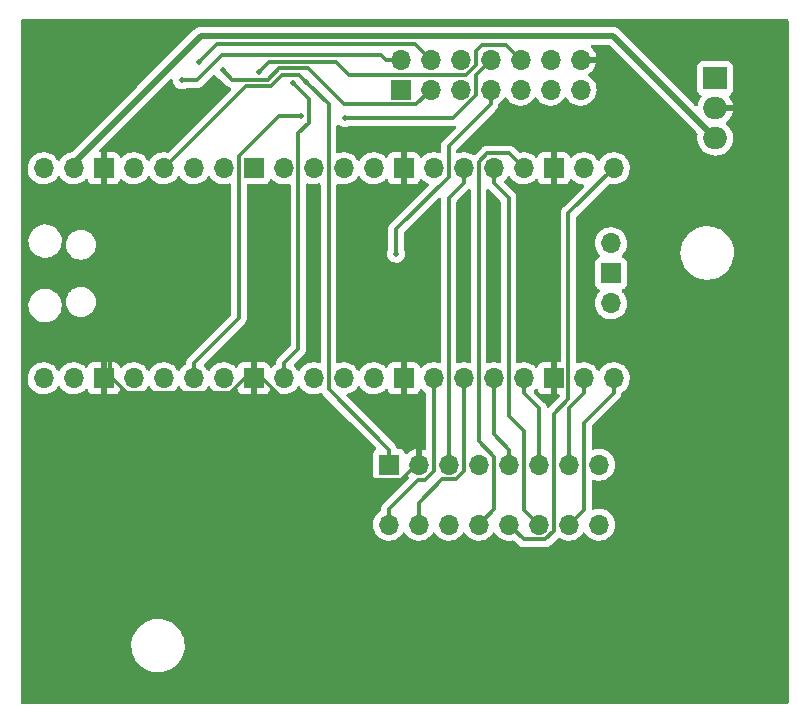
<source format=gbl>
G04 #@! TF.GenerationSoftware,KiCad,Pcbnew,(6.0.4)*
G04 #@! TF.CreationDate,2023-05-30T12:53:04+02:00*
G04 #@! TF.ProjectId,MicroPicoDrive,4d696372-6f50-4696-936f-44726976652e,rev?*
G04 #@! TF.SameCoordinates,Original*
G04 #@! TF.FileFunction,Copper,L2,Bot*
G04 #@! TF.FilePolarity,Positive*
%FSLAX46Y46*%
G04 Gerber Fmt 4.6, Leading zero omitted, Abs format (unit mm)*
G04 Created by KiCad (PCBNEW (6.0.4)) date 2023-05-30 12:53:04*
%MOMM*%
%LPD*%
G01*
G04 APERTURE LIST*
G04 #@! TA.AperFunction,ComponentPad*
%ADD10O,1.700000X1.700000*%
G04 #@! TD*
G04 #@! TA.AperFunction,ComponentPad*
%ADD11R,1.700000X1.700000*%
G04 #@! TD*
G04 #@! TA.AperFunction,ComponentPad*
%ADD12R,2.000000X1.905000*%
G04 #@! TD*
G04 #@! TA.AperFunction,ComponentPad*
%ADD13O,2.000000X1.905000*%
G04 #@! TD*
G04 #@! TA.AperFunction,ViaPad*
%ADD14C,0.500000*%
G04 #@! TD*
G04 #@! TA.AperFunction,Conductor*
%ADD15C,0.500000*%
G04 #@! TD*
G04 #@! TA.AperFunction,Conductor*
%ADD16C,0.300000*%
G04 #@! TD*
G04 APERTURE END LIST*
D10*
X116635000Y-103065000D03*
X119175000Y-103065000D03*
D11*
X121715000Y-103065000D03*
D10*
X124255000Y-103065000D03*
X126795000Y-103065000D03*
X129335000Y-103065000D03*
X131875000Y-103065000D03*
D11*
X134415000Y-103065000D03*
D10*
X136955000Y-103065000D03*
X139495000Y-103065000D03*
X142035000Y-103065000D03*
X144575000Y-103065000D03*
D11*
X147115000Y-103065000D03*
D10*
X149655000Y-103065000D03*
X152195000Y-103065000D03*
X154735000Y-103065000D03*
X157275000Y-103065000D03*
D11*
X159815000Y-103065000D03*
D10*
X162355000Y-103065000D03*
X164895000Y-103065000D03*
X164895000Y-85285000D03*
X162355000Y-85285000D03*
D11*
X159815000Y-85285000D03*
D10*
X157275000Y-85285000D03*
X154735000Y-85285000D03*
X152195000Y-85285000D03*
X149655000Y-85285000D03*
D11*
X147115000Y-85285000D03*
D10*
X144575000Y-85285000D03*
X142035000Y-85285000D03*
X139495000Y-85285000D03*
X136955000Y-85285000D03*
D11*
X134415000Y-85285000D03*
D10*
X131875000Y-85285000D03*
X129335000Y-85285000D03*
X126795000Y-85285000D03*
X124255000Y-85285000D03*
D11*
X121715000Y-85285000D03*
D10*
X119175000Y-85285000D03*
X116635000Y-85285000D03*
X164665000Y-96715000D03*
D11*
X164665000Y-94175000D03*
D10*
X164665000Y-91635000D03*
D11*
X146850000Y-78625000D03*
D10*
X146850000Y-76085000D03*
X149390000Y-78625000D03*
X149390000Y-76085000D03*
X151930000Y-78625000D03*
X151930000Y-76085000D03*
X154470000Y-78625000D03*
X154470000Y-76085000D03*
X157010000Y-78625000D03*
X157010000Y-76085000D03*
X159550000Y-78625000D03*
X159550000Y-76085000D03*
X162090000Y-78625000D03*
X162090000Y-76085000D03*
D12*
X173495000Y-77660000D03*
D13*
X173495000Y-80200000D03*
X173495000Y-82740000D03*
D11*
X145875000Y-110375000D03*
D10*
X145875000Y-115455000D03*
X148415000Y-110375000D03*
X148415000Y-115455000D03*
X150955000Y-110375000D03*
X150955000Y-115455000D03*
X153495000Y-110375000D03*
X153495000Y-115455000D03*
X156035000Y-110375000D03*
X156035000Y-115455000D03*
X158575000Y-110375000D03*
X158575000Y-115455000D03*
X161115000Y-110375000D03*
X161115000Y-115455000D03*
X163655000Y-110375000D03*
X163655000Y-115455000D03*
D14*
X125100000Y-78900000D03*
X123100000Y-73450000D03*
X139675000Y-91650000D03*
X155100000Y-95200000D03*
X152050000Y-94575000D03*
X138850000Y-77975000D03*
X146477400Y-92518000D03*
X142142400Y-81035500D03*
X138430300Y-80850000D03*
X134864600Y-77132400D03*
X137761900Y-78059500D03*
X128328000Y-77833600D03*
X131779300Y-77000000D03*
X129804000Y-76303500D03*
D15*
X129925000Y-74075000D02*
X125100000Y-78900000D01*
X164830000Y-74075000D02*
X129925000Y-74075000D01*
X173495000Y-82740000D02*
X164830000Y-74075000D01*
X119175000Y-84825000D02*
X125100000Y-78900000D01*
X119175000Y-85285000D02*
X119175000Y-84825000D01*
D16*
X122294200Y-103065000D02*
X122294200Y-102775400D01*
X122294200Y-102877900D02*
X123735400Y-104319100D01*
X123735400Y-104319100D02*
X132455500Y-104319100D01*
X121715000Y-85285000D02*
X121715000Y-86539100D01*
X147115000Y-103065000D02*
X147115000Y-104319100D01*
X132455500Y-104319100D02*
X133709600Y-103065000D01*
X148415000Y-105619100D02*
X148415000Y-109886500D01*
X121715000Y-103065000D02*
X122294200Y-103065000D01*
X122294200Y-87118300D02*
X121715000Y-86539100D01*
X148415000Y-110375000D02*
X148415000Y-110130700D01*
X148415000Y-110130700D02*
X148415000Y-109886500D01*
X146900700Y-111645000D02*
X143700400Y-111645000D01*
X148415000Y-110130700D02*
X146900700Y-111645000D01*
X143700400Y-111645000D02*
X135120400Y-103065000D01*
X147115000Y-104319100D02*
X148415000Y-105619100D01*
X122294200Y-102775400D02*
X122294200Y-102877900D01*
X133709600Y-103065000D02*
X134415000Y-103065000D01*
X122294200Y-102775400D02*
X122294200Y-87118300D01*
X135120400Y-103065000D02*
X134415000Y-103065000D01*
X135855300Y-78350000D02*
X133730000Y-78350000D01*
X139008500Y-78115600D02*
X138867900Y-77975000D01*
X140765000Y-104010900D02*
X145875000Y-109120900D01*
X138298200Y-77405300D02*
X136800000Y-77405300D01*
X136800000Y-77405300D02*
X135855300Y-78350000D01*
X139008500Y-78115600D02*
X138298200Y-77405300D01*
X138867900Y-77975000D02*
X138850000Y-77975000D01*
X145875000Y-110375000D02*
X145875000Y-109120900D01*
X140765000Y-79872100D02*
X140765000Y-104010900D01*
X133730000Y-78350000D02*
X126795000Y-85285000D01*
X139008500Y-78115600D02*
X140765000Y-79872100D01*
X154470000Y-78625000D02*
X154470000Y-79879100D01*
X146477400Y-90432600D02*
X146477400Y-92518000D01*
X150925000Y-85985000D02*
X146477400Y-90432600D01*
X150925000Y-83424100D02*
X150925000Y-85985000D01*
X154470000Y-79879100D02*
X150925000Y-83424100D01*
X154470000Y-76100515D02*
X153215900Y-77354615D01*
X153215900Y-79112700D02*
X151293100Y-81035500D01*
X151293100Y-81035500D02*
X142142400Y-81035500D01*
X153215900Y-77354615D02*
X153215900Y-79112700D01*
X154470000Y-76085000D02*
X154470000Y-76100515D01*
X129335000Y-103065000D02*
X129335000Y-101810900D01*
X133160800Y-84259700D02*
X136570500Y-80850000D01*
X136570500Y-80850000D02*
X138430300Y-80850000D01*
X129335000Y-101810900D02*
X133160800Y-97985100D01*
X133160800Y-97985100D02*
X133160800Y-84259700D01*
X152416933Y-77370800D02*
X153216489Y-76571244D01*
X153216489Y-76571244D02*
X153216489Y-75333511D01*
X142517800Y-77370800D02*
X152416933Y-77370800D01*
X153718511Y-74831489D02*
X155756489Y-74831489D01*
X153216489Y-75333511D02*
X153718511Y-74831489D01*
X135732100Y-76264900D02*
X134864600Y-77132400D01*
X141411900Y-76264900D02*
X135732100Y-76264900D01*
X142517800Y-77370800D02*
X141411900Y-76264900D01*
X157010000Y-76085000D02*
X155756489Y-74831489D01*
X139084500Y-79382100D02*
X137761900Y-78059500D01*
X138209100Y-82317800D02*
X139084500Y-81442400D01*
X136955000Y-103065000D02*
X136955000Y-101810900D01*
X136955000Y-101810900D02*
X138209100Y-100556800D01*
X139084500Y-81442400D02*
X139084500Y-79382100D01*
X138209100Y-100556800D02*
X138209100Y-82317800D01*
X128328000Y-77833600D02*
X129596000Y-77833600D01*
X131744100Y-75685500D02*
X145196400Y-75685500D01*
X146850000Y-76085000D02*
X145595900Y-76085000D01*
X129596000Y-77833600D02*
X131744100Y-75685500D01*
X145196400Y-75685500D02*
X145595900Y-76085000D01*
X139033900Y-76819100D02*
X142094000Y-79879200D01*
X136602500Y-76819100D02*
X139033900Y-76819100D01*
X132566900Y-77787600D02*
X135634000Y-77787600D01*
X142094000Y-79879200D02*
X148135800Y-79879200D01*
X148135800Y-79879200D02*
X149390000Y-78625000D01*
X135634000Y-77787600D02*
X136602500Y-76819100D01*
X131779300Y-77000000D02*
X132566900Y-77787600D01*
X148102700Y-74797700D02*
X131309800Y-74797700D01*
X149390000Y-76085000D02*
X148102700Y-74797700D01*
X131309800Y-74797700D02*
X129804000Y-76303500D01*
X148364100Y-111660900D02*
X148922900Y-111660900D01*
X148922900Y-111660900D02*
X149700900Y-110882900D01*
X145875000Y-114150000D02*
X148364100Y-111660900D01*
X145875000Y-115455000D02*
X145875000Y-114150000D01*
X149700900Y-110882900D02*
X149700900Y-104365000D01*
X149655000Y-104319100D02*
X149655000Y-103065000D01*
X149700900Y-104365000D02*
X149655000Y-104319100D01*
X152195000Y-104319100D02*
X152195000Y-103065000D01*
X152225000Y-104349100D02*
X152195000Y-104319100D01*
X148415000Y-113604400D02*
X150390200Y-111629200D01*
X151531400Y-111629200D02*
X152225000Y-110935600D01*
X152225000Y-110935600D02*
X152225000Y-104349100D01*
X148415000Y-115455000D02*
X148415000Y-113604400D01*
X150390200Y-111629200D02*
X151531400Y-111629200D01*
X152195000Y-86539100D02*
X152195000Y-85285000D01*
X150955000Y-110375000D02*
X150925000Y-110345000D01*
X150925000Y-110345000D02*
X150925000Y-87809100D01*
X150925000Y-87809100D02*
X152195000Y-86539100D01*
X153465000Y-84755500D02*
X154206800Y-84013700D01*
X153495000Y-115455000D02*
X154780800Y-114169200D01*
X153465000Y-108405000D02*
X153465000Y-84755500D01*
X154780800Y-114169200D02*
X154780800Y-109720800D01*
X154780800Y-109720800D02*
X153465000Y-108405000D01*
X156003700Y-84013700D02*
X157275000Y-85285000D01*
X154206800Y-84013700D02*
X156003700Y-84013700D01*
X154735000Y-107820900D02*
X154735000Y-103065000D01*
X156035000Y-110375000D02*
X156035000Y-109120900D01*
X156035000Y-109120900D02*
X154735000Y-107820900D01*
X159845000Y-106045400D02*
X161069200Y-104821200D01*
X159094222Y-116708511D02*
X159845000Y-115957733D01*
X161069200Y-104821200D02*
X161069200Y-89110800D01*
X157288511Y-116708511D02*
X159094222Y-116708511D01*
X156035000Y-115455000D02*
X157288511Y-116708511D01*
X161069200Y-89110800D02*
X164895000Y-85285000D01*
X159845000Y-115957733D02*
X159845000Y-106045400D01*
X158575000Y-105619100D02*
X157275000Y-104319100D01*
X157275000Y-103065000D02*
X157275000Y-104319100D01*
X158575000Y-110375000D02*
X158575000Y-105619100D01*
X154735000Y-86539100D02*
X154735000Y-85285000D01*
X157320900Y-114200900D02*
X157320900Y-107531000D01*
X156005000Y-106215100D02*
X156005000Y-87809100D01*
X157320900Y-107531000D02*
X156005000Y-106215100D01*
X158575000Y-115455000D02*
X157320900Y-114200900D01*
X156005000Y-87809100D02*
X154735000Y-86539100D01*
X161115000Y-109120900D02*
X161115000Y-105559100D01*
X162355000Y-103065000D02*
X162355000Y-104319100D01*
X161115000Y-110375000D02*
X161115000Y-109120900D01*
X161115000Y-105559100D02*
X162355000Y-104319100D01*
X162369100Y-106845000D02*
X164895000Y-104319100D01*
X164895000Y-104319100D02*
X164895000Y-103065000D01*
X161115000Y-115455000D02*
X162369100Y-114200900D01*
X162369100Y-114200900D02*
X162369100Y-106845000D01*
G04 #@! TA.AperFunction,Conductor*
G36*
X179648621Y-72678502D02*
G01*
X179695114Y-72732158D01*
X179706500Y-72784500D01*
X179706500Y-130515500D01*
X179686498Y-130583621D01*
X179632842Y-130630114D01*
X179580500Y-130641500D01*
X114849500Y-130641500D01*
X114781379Y-130621498D01*
X114734886Y-130567842D01*
X114723500Y-130515500D01*
X114723500Y-125747404D01*
X124051941Y-125747404D01*
X124078091Y-126046292D01*
X124079001Y-126050364D01*
X124079002Y-126050369D01*
X124142628Y-126335016D01*
X124143540Y-126339095D01*
X124247140Y-126620671D01*
X124249084Y-126624359D01*
X124249088Y-126624367D01*
X124345805Y-126807807D01*
X124387069Y-126886071D01*
X124560871Y-127130633D01*
X124765490Y-127350061D01*
X124997333Y-127540498D01*
X125252325Y-127698600D01*
X125525988Y-127821589D01*
X125700368Y-127873574D01*
X125809514Y-127906112D01*
X125809516Y-127906112D01*
X125813513Y-127907304D01*
X125817633Y-127907957D01*
X125817635Y-127907957D01*
X125936509Y-127926785D01*
X126109848Y-127954239D01*
X126152577Y-127956179D01*
X126202262Y-127958436D01*
X126202281Y-127958436D01*
X126203681Y-127958500D01*
X126391107Y-127958500D01*
X126614370Y-127943671D01*
X126618464Y-127942846D01*
X126618468Y-127942845D01*
X126759513Y-127914405D01*
X126908480Y-127884368D01*
X127192163Y-127786688D01*
X127195896Y-127784819D01*
X127195900Y-127784817D01*
X127456691Y-127654222D01*
X127456693Y-127654221D01*
X127460435Y-127652347D01*
X127708584Y-127483706D01*
X127932248Y-127283726D01*
X127934966Y-127280555D01*
X128124779Y-127059097D01*
X128124782Y-127059093D01*
X128127499Y-127055923D01*
X128129773Y-127052421D01*
X128129777Y-127052416D01*
X128288628Y-126807807D01*
X128288631Y-126807802D01*
X128290907Y-126804297D01*
X128419600Y-126533270D01*
X128511318Y-126247604D01*
X128564448Y-125952316D01*
X128578059Y-125652596D01*
X128551909Y-125353708D01*
X128507832Y-125156515D01*
X128487372Y-125064984D01*
X128487371Y-125064981D01*
X128486460Y-125060905D01*
X128382860Y-124779329D01*
X128380916Y-124775641D01*
X128380912Y-124775633D01*
X128244884Y-124517633D01*
X128244883Y-124517632D01*
X128242931Y-124513929D01*
X128069129Y-124269367D01*
X127864510Y-124049939D01*
X127632667Y-123859502D01*
X127377675Y-123701400D01*
X127104012Y-123578411D01*
X126890650Y-123514805D01*
X126820486Y-123493888D01*
X126820484Y-123493888D01*
X126816487Y-123492696D01*
X126812367Y-123492043D01*
X126812365Y-123492043D01*
X126693491Y-123473215D01*
X126520152Y-123445761D01*
X126477423Y-123443821D01*
X126427738Y-123441564D01*
X126427719Y-123441564D01*
X126426319Y-123441500D01*
X126238893Y-123441500D01*
X126015630Y-123456329D01*
X126011536Y-123457154D01*
X126011532Y-123457155D01*
X125870487Y-123485595D01*
X125721520Y-123515632D01*
X125437837Y-123613312D01*
X125434104Y-123615181D01*
X125434100Y-123615183D01*
X125173309Y-123745778D01*
X125169565Y-123747653D01*
X124921416Y-123916294D01*
X124697752Y-124116274D01*
X124695035Y-124119444D01*
X124695034Y-124119445D01*
X124569155Y-124266311D01*
X124502501Y-124344077D01*
X124500227Y-124347579D01*
X124500223Y-124347584D01*
X124389792Y-124517633D01*
X124339093Y-124595703D01*
X124210400Y-124866730D01*
X124118682Y-125152396D01*
X124065552Y-125447684D01*
X124051941Y-125747404D01*
X114723500Y-125747404D01*
X114723500Y-103031695D01*
X115272251Y-103031695D01*
X115272548Y-103036848D01*
X115272548Y-103036851D01*
X115278011Y-103131590D01*
X115285110Y-103254715D01*
X115286247Y-103259761D01*
X115286248Y-103259767D01*
X115306119Y-103347939D01*
X115334222Y-103472639D01*
X115418266Y-103679616D01*
X115469019Y-103762438D01*
X115532291Y-103865688D01*
X115534987Y-103870088D01*
X115681250Y-104038938D01*
X115853126Y-104181632D01*
X116046000Y-104294338D01*
X116254692Y-104374030D01*
X116259760Y-104375061D01*
X116259763Y-104375062D01*
X116367017Y-104396883D01*
X116473597Y-104418567D01*
X116478772Y-104418757D01*
X116478774Y-104418757D01*
X116691673Y-104426564D01*
X116691677Y-104426564D01*
X116696837Y-104426753D01*
X116701957Y-104426097D01*
X116701959Y-104426097D01*
X116913288Y-104399025D01*
X116913289Y-104399025D01*
X116918416Y-104398368D01*
X116939938Y-104391911D01*
X117127429Y-104335661D01*
X117127434Y-104335659D01*
X117132384Y-104334174D01*
X117332994Y-104235896D01*
X117514860Y-104106173D01*
X117673096Y-103948489D01*
X117732594Y-103865689D01*
X117803453Y-103767077D01*
X117804776Y-103768028D01*
X117851645Y-103724857D01*
X117921580Y-103712625D01*
X117987026Y-103740144D01*
X118014875Y-103771994D01*
X118074987Y-103870088D01*
X118221250Y-104038938D01*
X118393126Y-104181632D01*
X118586000Y-104294338D01*
X118794692Y-104374030D01*
X118799760Y-104375061D01*
X118799763Y-104375062D01*
X118907017Y-104396883D01*
X119013597Y-104418567D01*
X119018772Y-104418757D01*
X119018774Y-104418757D01*
X119231673Y-104426564D01*
X119231677Y-104426564D01*
X119236837Y-104426753D01*
X119241957Y-104426097D01*
X119241959Y-104426097D01*
X119453288Y-104399025D01*
X119453289Y-104399025D01*
X119458416Y-104398368D01*
X119479938Y-104391911D01*
X119667429Y-104335661D01*
X119667434Y-104335659D01*
X119672384Y-104334174D01*
X119872994Y-104235896D01*
X120054860Y-104106173D01*
X120122331Y-104038938D01*
X120163479Y-103997933D01*
X120225851Y-103964017D01*
X120296658Y-103969205D01*
X120353419Y-104011851D01*
X120370401Y-104042954D01*
X120411676Y-104153054D01*
X120420214Y-104168649D01*
X120496715Y-104270724D01*
X120509276Y-104283285D01*
X120611351Y-104359786D01*
X120626946Y-104368324D01*
X120747394Y-104413478D01*
X120762649Y-104417105D01*
X120813514Y-104422631D01*
X120820328Y-104423000D01*
X121442885Y-104423000D01*
X121458124Y-104418525D01*
X121459329Y-104417135D01*
X121461000Y-104409452D01*
X121461000Y-101725116D01*
X121456525Y-101709877D01*
X121455135Y-101708672D01*
X121447452Y-101707001D01*
X120820331Y-101707001D01*
X120813510Y-101707371D01*
X120762648Y-101712895D01*
X120747396Y-101716521D01*
X120626946Y-101761676D01*
X120611351Y-101770214D01*
X120509276Y-101846715D01*
X120496715Y-101859276D01*
X120420214Y-101961351D01*
X120411676Y-101976946D01*
X120370297Y-102087322D01*
X120327655Y-102144087D01*
X120261093Y-102168786D01*
X120191744Y-102153578D01*
X120159121Y-102127891D01*
X120108151Y-102071876D01*
X120108145Y-102071870D01*
X120104670Y-102068051D01*
X120100616Y-102064849D01*
X120100615Y-102064848D01*
X119933414Y-101932800D01*
X119933410Y-101932798D01*
X119929359Y-101929598D01*
X119733789Y-101821638D01*
X119728920Y-101819914D01*
X119728916Y-101819912D01*
X119528087Y-101748795D01*
X119528083Y-101748794D01*
X119523212Y-101747069D01*
X119518119Y-101746162D01*
X119518116Y-101746161D01*
X119308373Y-101708800D01*
X119308367Y-101708799D01*
X119303284Y-101707894D01*
X119229452Y-101706992D01*
X119085081Y-101705228D01*
X119085079Y-101705228D01*
X119079911Y-101705165D01*
X118859091Y-101738955D01*
X118646756Y-101808357D01*
X118616443Y-101824137D01*
X118453379Y-101909023D01*
X118448607Y-101911507D01*
X118444474Y-101914610D01*
X118444471Y-101914612D01*
X118274100Y-102042530D01*
X118269965Y-102045635D01*
X118115629Y-102207138D01*
X118008201Y-102364621D01*
X117953293Y-102409621D01*
X117882768Y-102417792D01*
X117819021Y-102386538D01*
X117798324Y-102362054D01*
X117717822Y-102237617D01*
X117717820Y-102237614D01*
X117715014Y-102233277D01*
X117564670Y-102068051D01*
X117560616Y-102064849D01*
X117560615Y-102064848D01*
X117393414Y-101932800D01*
X117393410Y-101932798D01*
X117389359Y-101929598D01*
X117193789Y-101821638D01*
X117188920Y-101819914D01*
X117188916Y-101819912D01*
X116988087Y-101748795D01*
X116988083Y-101748794D01*
X116983212Y-101747069D01*
X116978119Y-101746162D01*
X116978116Y-101746161D01*
X116768373Y-101708800D01*
X116768367Y-101708799D01*
X116763284Y-101707894D01*
X116689452Y-101706992D01*
X116545081Y-101705228D01*
X116545079Y-101705228D01*
X116539911Y-101705165D01*
X116319091Y-101738955D01*
X116106756Y-101808357D01*
X116076443Y-101824137D01*
X115913379Y-101909023D01*
X115908607Y-101911507D01*
X115904474Y-101914610D01*
X115904471Y-101914612D01*
X115734100Y-102042530D01*
X115729965Y-102045635D01*
X115575629Y-102207138D01*
X115449743Y-102391680D01*
X115355688Y-102594305D01*
X115295989Y-102809570D01*
X115272251Y-103031695D01*
X114723500Y-103031695D01*
X114723500Y-96865469D01*
X115352095Y-96865469D01*
X115352392Y-96870622D01*
X115352392Y-96870625D01*
X115365129Y-97091529D01*
X115365427Y-97096697D01*
X115366564Y-97101743D01*
X115366565Y-97101749D01*
X115391379Y-97211857D01*
X115416346Y-97322642D01*
X115418288Y-97327424D01*
X115418289Y-97327428D01*
X115498105Y-97523990D01*
X115503484Y-97537237D01*
X115624501Y-97734719D01*
X115776147Y-97909784D01*
X115954349Y-98057730D01*
X116154322Y-98174584D01*
X116370694Y-98257209D01*
X116375760Y-98258240D01*
X116375761Y-98258240D01*
X116428846Y-98269040D01*
X116597656Y-98303385D01*
X116728324Y-98308176D01*
X116823949Y-98311683D01*
X116823953Y-98311683D01*
X116829113Y-98311872D01*
X116834233Y-98311216D01*
X116834235Y-98311216D01*
X116907270Y-98301860D01*
X117058847Y-98282442D01*
X117063795Y-98280957D01*
X117063802Y-98280956D01*
X117275747Y-98217369D01*
X117280690Y-98215886D01*
X117361236Y-98176427D01*
X117484049Y-98116262D01*
X117484052Y-98116260D01*
X117488684Y-98113991D01*
X117677243Y-97979494D01*
X117841303Y-97816005D01*
X117976458Y-97627917D01*
X117993077Y-97594292D01*
X118076784Y-97424922D01*
X118076785Y-97424920D01*
X118079078Y-97420280D01*
X118146408Y-97198671D01*
X118176640Y-96969041D01*
X118176722Y-96965691D01*
X118178245Y-96903365D01*
X118178245Y-96903361D01*
X118178327Y-96900000D01*
X118168592Y-96781590D01*
X118159773Y-96674318D01*
X118159772Y-96674312D01*
X118159349Y-96669167D01*
X118141976Y-96600000D01*
X118531693Y-96600000D01*
X118550885Y-96819371D01*
X118607880Y-97032076D01*
X118610205Y-97037061D01*
X118698618Y-97226666D01*
X118698621Y-97226671D01*
X118700944Y-97231653D01*
X118704100Y-97236160D01*
X118704101Y-97236162D01*
X118766187Y-97324829D01*
X118827251Y-97412038D01*
X118982962Y-97567749D01*
X119163346Y-97694056D01*
X119362924Y-97787120D01*
X119575629Y-97844115D01*
X119795000Y-97863307D01*
X120014371Y-97844115D01*
X120227076Y-97787120D01*
X120426654Y-97694056D01*
X120607038Y-97567749D01*
X120762749Y-97412038D01*
X120823814Y-97324829D01*
X120885899Y-97236162D01*
X120885900Y-97236160D01*
X120889056Y-97231653D01*
X120891379Y-97226671D01*
X120891382Y-97226666D01*
X120979795Y-97037061D01*
X120982120Y-97032076D01*
X121039115Y-96819371D01*
X121058307Y-96600000D01*
X121039115Y-96380629D01*
X120982120Y-96167924D01*
X120923252Y-96041680D01*
X120891382Y-95973334D01*
X120891379Y-95973329D01*
X120889056Y-95968347D01*
X120885899Y-95963838D01*
X120765908Y-95792473D01*
X120765906Y-95792470D01*
X120762749Y-95787962D01*
X120607038Y-95632251D01*
X120560260Y-95599496D01*
X120466096Y-95533562D01*
X120426654Y-95505944D01*
X120227076Y-95412880D01*
X120014371Y-95355885D01*
X119795000Y-95336693D01*
X119575629Y-95355885D01*
X119362924Y-95412880D01*
X119269562Y-95456415D01*
X119168334Y-95503618D01*
X119168329Y-95503621D01*
X119163347Y-95505944D01*
X119158840Y-95509100D01*
X119158838Y-95509101D01*
X118987473Y-95629092D01*
X118987470Y-95629094D01*
X118982962Y-95632251D01*
X118827251Y-95787962D01*
X118824094Y-95792470D01*
X118824092Y-95792473D01*
X118704101Y-95963838D01*
X118700944Y-95968347D01*
X118698621Y-95973329D01*
X118698618Y-95973334D01*
X118666748Y-96041680D01*
X118607880Y-96167924D01*
X118550885Y-96380629D01*
X118531693Y-96600000D01*
X118141976Y-96600000D01*
X118113678Y-96487342D01*
X118104184Y-96449544D01*
X118104183Y-96449540D01*
X118102925Y-96444533D01*
X118100866Y-96439797D01*
X118012630Y-96236868D01*
X118012628Y-96236865D01*
X118010570Y-96232131D01*
X117884764Y-96037665D01*
X117728887Y-95866358D01*
X117724836Y-95863159D01*
X117724832Y-95863155D01*
X117551177Y-95726011D01*
X117551172Y-95726008D01*
X117547123Y-95722810D01*
X117542607Y-95720317D01*
X117542604Y-95720315D01*
X117348879Y-95613373D01*
X117348875Y-95613371D01*
X117344355Y-95610876D01*
X117339486Y-95609152D01*
X117339482Y-95609150D01*
X117130903Y-95535288D01*
X117130899Y-95535287D01*
X117126028Y-95533562D01*
X117120935Y-95532655D01*
X117120932Y-95532654D01*
X116903095Y-95493851D01*
X116903089Y-95493850D01*
X116898006Y-95492945D01*
X116825096Y-95492054D01*
X116671581Y-95490179D01*
X116671579Y-95490179D01*
X116666411Y-95490116D01*
X116437464Y-95525150D01*
X116217314Y-95597106D01*
X116212726Y-95599494D01*
X116212722Y-95599496D01*
X116016461Y-95701663D01*
X116011872Y-95704052D01*
X116007739Y-95707155D01*
X116007736Y-95707157D01*
X115900114Y-95787962D01*
X115826655Y-95843117D01*
X115666639Y-96010564D01*
X115663725Y-96014836D01*
X115663724Y-96014837D01*
X115648332Y-96037401D01*
X115536119Y-96201899D01*
X115438602Y-96411981D01*
X115376707Y-96635169D01*
X115352095Y-96865469D01*
X114723500Y-96865469D01*
X114723500Y-91415469D01*
X115352095Y-91415469D01*
X115352392Y-91420622D01*
X115352392Y-91420625D01*
X115362536Y-91596562D01*
X115365427Y-91646697D01*
X115366564Y-91651743D01*
X115366565Y-91651749D01*
X115389941Y-91755475D01*
X115416346Y-91872642D01*
X115418288Y-91877424D01*
X115418289Y-91877428D01*
X115487318Y-92047425D01*
X115503484Y-92087237D01*
X115624501Y-92284719D01*
X115776147Y-92459784D01*
X115954349Y-92607730D01*
X116154322Y-92724584D01*
X116159147Y-92726426D01*
X116159148Y-92726427D01*
X116225153Y-92751632D01*
X116370694Y-92807209D01*
X116375760Y-92808240D01*
X116375761Y-92808240D01*
X116416361Y-92816500D01*
X116597656Y-92853385D01*
X116728324Y-92858176D01*
X116823949Y-92861683D01*
X116823953Y-92861683D01*
X116829113Y-92861872D01*
X116834233Y-92861216D01*
X116834235Y-92861216D01*
X116907270Y-92851860D01*
X117058847Y-92832442D01*
X117063795Y-92830957D01*
X117063802Y-92830956D01*
X117275747Y-92767369D01*
X117280690Y-92765886D01*
X117361236Y-92726427D01*
X117484049Y-92666262D01*
X117484052Y-92666260D01*
X117488684Y-92663991D01*
X117677243Y-92529494D01*
X117841303Y-92366005D01*
X117976458Y-92177917D01*
X117980754Y-92169226D01*
X118076784Y-91974922D01*
X118076785Y-91974920D01*
X118079078Y-91970280D01*
X118146004Y-91750000D01*
X118531693Y-91750000D01*
X118550885Y-91969371D01*
X118607880Y-92182076D01*
X118637142Y-92244829D01*
X118698618Y-92376666D01*
X118698621Y-92376671D01*
X118700944Y-92381653D01*
X118704100Y-92386160D01*
X118704101Y-92386162D01*
X118814077Y-92543223D01*
X118827251Y-92562038D01*
X118982962Y-92717749D01*
X118987471Y-92720906D01*
X118987473Y-92720908D01*
X119048466Y-92763616D01*
X119163346Y-92844056D01*
X119362924Y-92937120D01*
X119575629Y-92994115D01*
X119795000Y-93013307D01*
X120014371Y-92994115D01*
X120227076Y-92937120D01*
X120426654Y-92844056D01*
X120541534Y-92763616D01*
X120602527Y-92720908D01*
X120602529Y-92720906D01*
X120607038Y-92717749D01*
X120762749Y-92562038D01*
X120775924Y-92543223D01*
X120885899Y-92386162D01*
X120885900Y-92386160D01*
X120889056Y-92381653D01*
X120891379Y-92376671D01*
X120891382Y-92376666D01*
X120952858Y-92244829D01*
X120982120Y-92182076D01*
X121039115Y-91969371D01*
X121058307Y-91750000D01*
X121039115Y-91530629D01*
X120982120Y-91317924D01*
X120917897Y-91180197D01*
X120891382Y-91123334D01*
X120891379Y-91123329D01*
X120889056Y-91118347D01*
X120872062Y-91094077D01*
X120765908Y-90942473D01*
X120765906Y-90942470D01*
X120762749Y-90937962D01*
X120607038Y-90782251D01*
X120600672Y-90777793D01*
X120474475Y-90689429D01*
X120426654Y-90655944D01*
X120227076Y-90562880D01*
X120014371Y-90505885D01*
X119795000Y-90486693D01*
X119575629Y-90505885D01*
X119362924Y-90562880D01*
X119269562Y-90606415D01*
X119168334Y-90653618D01*
X119168329Y-90653621D01*
X119163347Y-90655944D01*
X119158840Y-90659100D01*
X119158838Y-90659101D01*
X118987473Y-90779092D01*
X118987470Y-90779094D01*
X118982962Y-90782251D01*
X118827251Y-90937962D01*
X118824094Y-90942470D01*
X118824092Y-90942473D01*
X118717938Y-91094077D01*
X118700944Y-91118347D01*
X118698621Y-91123329D01*
X118698618Y-91123334D01*
X118672103Y-91180197D01*
X118607880Y-91317924D01*
X118550885Y-91530629D01*
X118531693Y-91750000D01*
X118146004Y-91750000D01*
X118146408Y-91748671D01*
X118176640Y-91519041D01*
X118178327Y-91450000D01*
X118167905Y-91323235D01*
X118159773Y-91224318D01*
X118159772Y-91224312D01*
X118159349Y-91219167D01*
X118109163Y-91019367D01*
X118104184Y-90999544D01*
X118104183Y-90999540D01*
X118102925Y-90994533D01*
X118099429Y-90986492D01*
X118012630Y-90786868D01*
X118012628Y-90786865D01*
X118010570Y-90782131D01*
X117884764Y-90587665D01*
X117862212Y-90562880D01*
X117804629Y-90499598D01*
X117728887Y-90416358D01*
X117724836Y-90413159D01*
X117724832Y-90413155D01*
X117551177Y-90276011D01*
X117551172Y-90276008D01*
X117547123Y-90272810D01*
X117542607Y-90270317D01*
X117542604Y-90270315D01*
X117348879Y-90163373D01*
X117348875Y-90163371D01*
X117344355Y-90160876D01*
X117339486Y-90159152D01*
X117339482Y-90159150D01*
X117130903Y-90085288D01*
X117130899Y-90085287D01*
X117126028Y-90083562D01*
X117120935Y-90082655D01*
X117120932Y-90082654D01*
X116903095Y-90043851D01*
X116903089Y-90043850D01*
X116898006Y-90042945D01*
X116825096Y-90042054D01*
X116671581Y-90040179D01*
X116671579Y-90040179D01*
X116666411Y-90040116D01*
X116437464Y-90075150D01*
X116217314Y-90147106D01*
X116212726Y-90149494D01*
X116212722Y-90149496D01*
X116031397Y-90243888D01*
X116011872Y-90254052D01*
X116007739Y-90257155D01*
X116007736Y-90257157D01*
X115830790Y-90390012D01*
X115826655Y-90393117D01*
X115768849Y-90453607D01*
X115721840Y-90502800D01*
X115666639Y-90560564D01*
X115663725Y-90564836D01*
X115663724Y-90564837D01*
X115648152Y-90587665D01*
X115536119Y-90751899D01*
X115438602Y-90961981D01*
X115376707Y-91185169D01*
X115352095Y-91415469D01*
X114723500Y-91415469D01*
X114723500Y-85251695D01*
X115272251Y-85251695D01*
X115272548Y-85256848D01*
X115272548Y-85256851D01*
X115278011Y-85351590D01*
X115285110Y-85474715D01*
X115286247Y-85479761D01*
X115286248Y-85479767D01*
X115306119Y-85567939D01*
X115334222Y-85692639D01*
X115418266Y-85899616D01*
X115469019Y-85982438D01*
X115532291Y-86085688D01*
X115534987Y-86090088D01*
X115681250Y-86258938D01*
X115853126Y-86401632D01*
X116046000Y-86514338D01*
X116254692Y-86594030D01*
X116259760Y-86595061D01*
X116259763Y-86595062D01*
X116346113Y-86612630D01*
X116473597Y-86638567D01*
X116478772Y-86638757D01*
X116478774Y-86638757D01*
X116691673Y-86646564D01*
X116691677Y-86646564D01*
X116696837Y-86646753D01*
X116701957Y-86646097D01*
X116701959Y-86646097D01*
X116913288Y-86619025D01*
X116913289Y-86619025D01*
X116918416Y-86618368D01*
X116923376Y-86616880D01*
X117127429Y-86555661D01*
X117127434Y-86555659D01*
X117132384Y-86554174D01*
X117332994Y-86455896D01*
X117514860Y-86326173D01*
X117673096Y-86168489D01*
X117732594Y-86085689D01*
X117803453Y-85987077D01*
X117804776Y-85988028D01*
X117851645Y-85944857D01*
X117921580Y-85932625D01*
X117987026Y-85960144D01*
X118014875Y-85991994D01*
X118074987Y-86090088D01*
X118221250Y-86258938D01*
X118393126Y-86401632D01*
X118586000Y-86514338D01*
X118794692Y-86594030D01*
X118799760Y-86595061D01*
X118799763Y-86595062D01*
X118886113Y-86612630D01*
X119013597Y-86638567D01*
X119018772Y-86638757D01*
X119018774Y-86638757D01*
X119231673Y-86646564D01*
X119231677Y-86646564D01*
X119236837Y-86646753D01*
X119241957Y-86646097D01*
X119241959Y-86646097D01*
X119453288Y-86619025D01*
X119453289Y-86619025D01*
X119458416Y-86618368D01*
X119463376Y-86616880D01*
X119667429Y-86555661D01*
X119667434Y-86555659D01*
X119672384Y-86554174D01*
X119872994Y-86455896D01*
X120054860Y-86326173D01*
X120122331Y-86258938D01*
X120163479Y-86217933D01*
X120225851Y-86184017D01*
X120296658Y-86189205D01*
X120353419Y-86231851D01*
X120370401Y-86262954D01*
X120411676Y-86373054D01*
X120420214Y-86388649D01*
X120496715Y-86490724D01*
X120509276Y-86503285D01*
X120611351Y-86579786D01*
X120626946Y-86588324D01*
X120747394Y-86633478D01*
X120762649Y-86637105D01*
X120813514Y-86642631D01*
X120820328Y-86643000D01*
X121442885Y-86643000D01*
X121458124Y-86638525D01*
X121459329Y-86637135D01*
X121461000Y-86629452D01*
X121461000Y-83945116D01*
X121456525Y-83929877D01*
X121455135Y-83928672D01*
X121434217Y-83924122D01*
X121434568Y-83922508D01*
X121381749Y-83906999D01*
X121335256Y-83853343D01*
X121325152Y-83783069D01*
X121354646Y-83718489D01*
X121360775Y-83711906D01*
X125627462Y-79445219D01*
X125629665Y-79443068D01*
X125679622Y-79395495D01*
X125679623Y-79395494D01*
X125684721Y-79390639D01*
X125688619Y-79384772D01*
X125688786Y-79384573D01*
X125696214Y-79376467D01*
X127350618Y-77722063D01*
X127412930Y-77688037D01*
X127483745Y-77693102D01*
X127540581Y-77735649D01*
X127565392Y-77802169D01*
X127565701Y-77812921D01*
X127565659Y-77815948D01*
X127564775Y-77822943D01*
X127581381Y-77992299D01*
X127583605Y-77998984D01*
X127583605Y-77998985D01*
X127600343Y-78049302D01*
X127635094Y-78153767D01*
X127638741Y-78159789D01*
X127638742Y-78159791D01*
X127716926Y-78288887D01*
X127723246Y-78299323D01*
X127841455Y-78421732D01*
X127893252Y-78455627D01*
X127976146Y-78509871D01*
X127983846Y-78514910D01*
X127990450Y-78517366D01*
X127990452Y-78517367D01*
X128025193Y-78530287D01*
X128143341Y-78574226D01*
X128312015Y-78596732D01*
X128319026Y-78596094D01*
X128319030Y-78596094D01*
X128474462Y-78581948D01*
X128481483Y-78581309D01*
X128488185Y-78579131D01*
X128488187Y-78579131D01*
X128636623Y-78530901D01*
X128636626Y-78530900D01*
X128643322Y-78528724D01*
X128674948Y-78509871D01*
X128739466Y-78492100D01*
X129513944Y-78492100D01*
X129525800Y-78492659D01*
X129525803Y-78492659D01*
X129533537Y-78494388D01*
X129604369Y-78492162D01*
X129608327Y-78492100D01*
X129637432Y-78492100D01*
X129641832Y-78491544D01*
X129653664Y-78490612D01*
X129699831Y-78489162D01*
X129720421Y-78483180D01*
X129739782Y-78479170D01*
X129746770Y-78478288D01*
X129753204Y-78477475D01*
X129753205Y-78477475D01*
X129761064Y-78476482D01*
X129768429Y-78473566D01*
X129768433Y-78473565D01*
X129804021Y-78459474D01*
X129815231Y-78455635D01*
X129859600Y-78442745D01*
X129878065Y-78431825D01*
X129895805Y-78423134D01*
X129915756Y-78415235D01*
X129953129Y-78388082D01*
X129963048Y-78381567D01*
X129995977Y-78362093D01*
X129995981Y-78362090D01*
X130002807Y-78358053D01*
X130017971Y-78342889D01*
X130033005Y-78330048D01*
X130043943Y-78322101D01*
X130050357Y-78317441D01*
X130079803Y-78281847D01*
X130087792Y-78273068D01*
X130955529Y-77405331D01*
X131017841Y-77371305D01*
X131088656Y-77376370D01*
X131145492Y-77418917D01*
X131152396Y-77429149D01*
X131174546Y-77465723D01*
X131292755Y-77588132D01*
X131435146Y-77681310D01*
X131441750Y-77683766D01*
X131441752Y-77683767D01*
X131559379Y-77727512D01*
X131604554Y-77756514D01*
X132043245Y-78195205D01*
X132051235Y-78203985D01*
X132055484Y-78210680D01*
X132061262Y-78216106D01*
X132061263Y-78216107D01*
X132107157Y-78259204D01*
X132109999Y-78261959D01*
X132130567Y-78282527D01*
X132134070Y-78285244D01*
X132143095Y-78292952D01*
X132176767Y-78324572D01*
X132183718Y-78328393D01*
X132183719Y-78328394D01*
X132195558Y-78334903D01*
X132212082Y-78345757D01*
X132220701Y-78352442D01*
X132229032Y-78358904D01*
X132236304Y-78362051D01*
X132236306Y-78362052D01*
X132271435Y-78377254D01*
X132282095Y-78382476D01*
X132309136Y-78397342D01*
X132322563Y-78404724D01*
X132343341Y-78410059D01*
X132362031Y-78416458D01*
X132381724Y-78424980D01*
X132424961Y-78431828D01*
X132427348Y-78432206D01*
X132438957Y-78434610D01*
X132443937Y-78435888D01*
X132504948Y-78472195D01*
X132536644Y-78535723D01*
X132528963Y-78606303D01*
X132501712Y-78647028D01*
X127222335Y-83926405D01*
X127160023Y-83960431D01*
X127111145Y-83961357D01*
X127063971Y-83952954D01*
X126928373Y-83928800D01*
X126928367Y-83928799D01*
X126923284Y-83927894D01*
X126849452Y-83926992D01*
X126705081Y-83925228D01*
X126705079Y-83925228D01*
X126699911Y-83925165D01*
X126479091Y-83958955D01*
X126266756Y-84028357D01*
X126236443Y-84044137D01*
X126075740Y-84127794D01*
X126068607Y-84131507D01*
X126064474Y-84134610D01*
X126064471Y-84134612D01*
X125894100Y-84262530D01*
X125889965Y-84265635D01*
X125850203Y-84307243D01*
X125778729Y-84382037D01*
X125735629Y-84427138D01*
X125628201Y-84584621D01*
X125573293Y-84629621D01*
X125502768Y-84637792D01*
X125439021Y-84606538D01*
X125418324Y-84582054D01*
X125337822Y-84457617D01*
X125337820Y-84457614D01*
X125335014Y-84453277D01*
X125184670Y-84288051D01*
X125180619Y-84284852D01*
X125180615Y-84284848D01*
X125013414Y-84152800D01*
X125013410Y-84152798D01*
X125009359Y-84149598D01*
X124966128Y-84125733D01*
X124948201Y-84115837D01*
X124813789Y-84041638D01*
X124808920Y-84039914D01*
X124808916Y-84039912D01*
X124608087Y-83968795D01*
X124608083Y-83968794D01*
X124603212Y-83967069D01*
X124598119Y-83966162D01*
X124598116Y-83966161D01*
X124388373Y-83928800D01*
X124388367Y-83928799D01*
X124383284Y-83927894D01*
X124309452Y-83926992D01*
X124165081Y-83925228D01*
X124165079Y-83925228D01*
X124159911Y-83925165D01*
X123939091Y-83958955D01*
X123726756Y-84028357D01*
X123696443Y-84044137D01*
X123535740Y-84127794D01*
X123528607Y-84131507D01*
X123524474Y-84134610D01*
X123524471Y-84134612D01*
X123354100Y-84262530D01*
X123349965Y-84265635D01*
X123346393Y-84269373D01*
X123268898Y-84350466D01*
X123207374Y-84385895D01*
X123136462Y-84382438D01*
X123078676Y-84341192D01*
X123059823Y-84307644D01*
X123018324Y-84196946D01*
X123009786Y-84181351D01*
X122933285Y-84079276D01*
X122920724Y-84066715D01*
X122818649Y-83990214D01*
X122803054Y-83981676D01*
X122682606Y-83936522D01*
X122667351Y-83932895D01*
X122616486Y-83927369D01*
X122609672Y-83927000D01*
X121987115Y-83927000D01*
X121971876Y-83931475D01*
X121970671Y-83932865D01*
X121969000Y-83940548D01*
X121969000Y-86624884D01*
X121973475Y-86640123D01*
X121974865Y-86641328D01*
X121982548Y-86642999D01*
X122609669Y-86642999D01*
X122616490Y-86642629D01*
X122667352Y-86637105D01*
X122682604Y-86633479D01*
X122803054Y-86588324D01*
X122818649Y-86579786D01*
X122920724Y-86503285D01*
X122933285Y-86490724D01*
X123009786Y-86388649D01*
X123018324Y-86373054D01*
X123059225Y-86263952D01*
X123101867Y-86207188D01*
X123168428Y-86182488D01*
X123237777Y-86197696D01*
X123272444Y-86225684D01*
X123297865Y-86255031D01*
X123297869Y-86255035D01*
X123301250Y-86258938D01*
X123473126Y-86401632D01*
X123666000Y-86514338D01*
X123874692Y-86594030D01*
X123879760Y-86595061D01*
X123879763Y-86595062D01*
X123966113Y-86612630D01*
X124093597Y-86638567D01*
X124098772Y-86638757D01*
X124098774Y-86638757D01*
X124311673Y-86646564D01*
X124311677Y-86646564D01*
X124316837Y-86646753D01*
X124321957Y-86646097D01*
X124321959Y-86646097D01*
X124533288Y-86619025D01*
X124533289Y-86619025D01*
X124538416Y-86618368D01*
X124543376Y-86616880D01*
X124747429Y-86555661D01*
X124747434Y-86555659D01*
X124752384Y-86554174D01*
X124952994Y-86455896D01*
X125134860Y-86326173D01*
X125293096Y-86168489D01*
X125352594Y-86085689D01*
X125423453Y-85987077D01*
X125424776Y-85988028D01*
X125471645Y-85944857D01*
X125541580Y-85932625D01*
X125607026Y-85960144D01*
X125634875Y-85991994D01*
X125694987Y-86090088D01*
X125841250Y-86258938D01*
X126013126Y-86401632D01*
X126206000Y-86514338D01*
X126414692Y-86594030D01*
X126419760Y-86595061D01*
X126419763Y-86595062D01*
X126506113Y-86612630D01*
X126633597Y-86638567D01*
X126638772Y-86638757D01*
X126638774Y-86638757D01*
X126851673Y-86646564D01*
X126851677Y-86646564D01*
X126856837Y-86646753D01*
X126861957Y-86646097D01*
X126861959Y-86646097D01*
X127073288Y-86619025D01*
X127073289Y-86619025D01*
X127078416Y-86618368D01*
X127083376Y-86616880D01*
X127287429Y-86555661D01*
X127287434Y-86555659D01*
X127292384Y-86554174D01*
X127492994Y-86455896D01*
X127674860Y-86326173D01*
X127833096Y-86168489D01*
X127892594Y-86085689D01*
X127963453Y-85987077D01*
X127964776Y-85988028D01*
X128011645Y-85944857D01*
X128081580Y-85932625D01*
X128147026Y-85960144D01*
X128174875Y-85991994D01*
X128234987Y-86090088D01*
X128381250Y-86258938D01*
X128553126Y-86401632D01*
X128746000Y-86514338D01*
X128954692Y-86594030D01*
X128959760Y-86595061D01*
X128959763Y-86595062D01*
X129046113Y-86612630D01*
X129173597Y-86638567D01*
X129178772Y-86638757D01*
X129178774Y-86638757D01*
X129391673Y-86646564D01*
X129391677Y-86646564D01*
X129396837Y-86646753D01*
X129401957Y-86646097D01*
X129401959Y-86646097D01*
X129613288Y-86619025D01*
X129613289Y-86619025D01*
X129618416Y-86618368D01*
X129623376Y-86616880D01*
X129827429Y-86555661D01*
X129827434Y-86555659D01*
X129832384Y-86554174D01*
X130032994Y-86455896D01*
X130214860Y-86326173D01*
X130373096Y-86168489D01*
X130432594Y-86085689D01*
X130503453Y-85987077D01*
X130504776Y-85988028D01*
X130551645Y-85944857D01*
X130621580Y-85932625D01*
X130687026Y-85960144D01*
X130714875Y-85991994D01*
X130774987Y-86090088D01*
X130921250Y-86258938D01*
X131093126Y-86401632D01*
X131286000Y-86514338D01*
X131494692Y-86594030D01*
X131499760Y-86595061D01*
X131499763Y-86595062D01*
X131586113Y-86612630D01*
X131713597Y-86638567D01*
X131718772Y-86638757D01*
X131718774Y-86638757D01*
X131931673Y-86646564D01*
X131931677Y-86646564D01*
X131936837Y-86646753D01*
X131941957Y-86646097D01*
X131941959Y-86646097D01*
X132153288Y-86619025D01*
X132153289Y-86619025D01*
X132158416Y-86618368D01*
X132171166Y-86614543D01*
X132258557Y-86588324D01*
X132340092Y-86563862D01*
X132411088Y-86563445D01*
X132471038Y-86601478D01*
X132500910Y-86665884D01*
X132502300Y-86684548D01*
X132502300Y-97660151D01*
X132482298Y-97728272D01*
X132465395Y-97749246D01*
X128927395Y-101287245D01*
X128918615Y-101295235D01*
X128918613Y-101295237D01*
X128911920Y-101299484D01*
X128906494Y-101305262D01*
X128906493Y-101305263D01*
X128863396Y-101351157D01*
X128860641Y-101353999D01*
X128840073Y-101374567D01*
X128837356Y-101378070D01*
X128829648Y-101387095D01*
X128798028Y-101420767D01*
X128794207Y-101427718D01*
X128794206Y-101427719D01*
X128787697Y-101439558D01*
X128776843Y-101456082D01*
X128769018Y-101466171D01*
X128763696Y-101473032D01*
X128760549Y-101480304D01*
X128760548Y-101480306D01*
X128745346Y-101515435D01*
X128740124Y-101526095D01*
X128717876Y-101566563D01*
X128712541Y-101587341D01*
X128706142Y-101606031D01*
X128697620Y-101625724D01*
X128691902Y-101661826D01*
X128690394Y-101671348D01*
X128687987Y-101682971D01*
X128681588Y-101707894D01*
X128676500Y-101727712D01*
X128676500Y-101749159D01*
X128674949Y-101768869D01*
X128671594Y-101790052D01*
X128672340Y-101797944D01*
X128672091Y-101805867D01*
X128668689Y-101805760D01*
X128658151Y-101860223D01*
X128613346Y-101909023D01*
X128613190Y-101909121D01*
X128608607Y-101911507D01*
X128429965Y-102045635D01*
X128275629Y-102207138D01*
X128168201Y-102364621D01*
X128113293Y-102409621D01*
X128042768Y-102417792D01*
X127979021Y-102386538D01*
X127958324Y-102362054D01*
X127877822Y-102237617D01*
X127877820Y-102237614D01*
X127875014Y-102233277D01*
X127724670Y-102068051D01*
X127720616Y-102064849D01*
X127720615Y-102064848D01*
X127553414Y-101932800D01*
X127553410Y-101932798D01*
X127549359Y-101929598D01*
X127353789Y-101821638D01*
X127348920Y-101819914D01*
X127348916Y-101819912D01*
X127148087Y-101748795D01*
X127148083Y-101748794D01*
X127143212Y-101747069D01*
X127138119Y-101746162D01*
X127138116Y-101746161D01*
X126928373Y-101708800D01*
X126928367Y-101708799D01*
X126923284Y-101707894D01*
X126849452Y-101706992D01*
X126705081Y-101705228D01*
X126705079Y-101705228D01*
X126699911Y-101705165D01*
X126479091Y-101738955D01*
X126266756Y-101808357D01*
X126236443Y-101824137D01*
X126073379Y-101909023D01*
X126068607Y-101911507D01*
X126064474Y-101914610D01*
X126064471Y-101914612D01*
X125894100Y-102042530D01*
X125889965Y-102045635D01*
X125735629Y-102207138D01*
X125628201Y-102364621D01*
X125573293Y-102409621D01*
X125502768Y-102417792D01*
X125439021Y-102386538D01*
X125418324Y-102362054D01*
X125337822Y-102237617D01*
X125337820Y-102237614D01*
X125335014Y-102233277D01*
X125184670Y-102068051D01*
X125180616Y-102064849D01*
X125180615Y-102064848D01*
X125013414Y-101932800D01*
X125013410Y-101932798D01*
X125009359Y-101929598D01*
X124813789Y-101821638D01*
X124808920Y-101819914D01*
X124808916Y-101819912D01*
X124608087Y-101748795D01*
X124608083Y-101748794D01*
X124603212Y-101747069D01*
X124598119Y-101746162D01*
X124598116Y-101746161D01*
X124388373Y-101708800D01*
X124388367Y-101708799D01*
X124383284Y-101707894D01*
X124309452Y-101706992D01*
X124165081Y-101705228D01*
X124165079Y-101705228D01*
X124159911Y-101705165D01*
X123939091Y-101738955D01*
X123726756Y-101808357D01*
X123696443Y-101824137D01*
X123533379Y-101909023D01*
X123528607Y-101911507D01*
X123524474Y-101914610D01*
X123524471Y-101914612D01*
X123354100Y-102042530D01*
X123349965Y-102045635D01*
X123346393Y-102049373D01*
X123268898Y-102130466D01*
X123207374Y-102165895D01*
X123136462Y-102162438D01*
X123078676Y-102121192D01*
X123059823Y-102087644D01*
X123018324Y-101976946D01*
X123009786Y-101961351D01*
X122933285Y-101859276D01*
X122920724Y-101846715D01*
X122818649Y-101770214D01*
X122803054Y-101761676D01*
X122682606Y-101716522D01*
X122667351Y-101712895D01*
X122616486Y-101707369D01*
X122609672Y-101707000D01*
X121987115Y-101707000D01*
X121971876Y-101711475D01*
X121970671Y-101712865D01*
X121969000Y-101720548D01*
X121969000Y-104404884D01*
X121973475Y-104420123D01*
X121974865Y-104421328D01*
X121982548Y-104422999D01*
X122609669Y-104422999D01*
X122616490Y-104422629D01*
X122667352Y-104417105D01*
X122682604Y-104413479D01*
X122803054Y-104368324D01*
X122818649Y-104359786D01*
X122920724Y-104283285D01*
X122933285Y-104270724D01*
X123009786Y-104168649D01*
X123018324Y-104153054D01*
X123059225Y-104043952D01*
X123101867Y-103987188D01*
X123168428Y-103962488D01*
X123237777Y-103977696D01*
X123272444Y-104005684D01*
X123297865Y-104035031D01*
X123297869Y-104035035D01*
X123301250Y-104038938D01*
X123473126Y-104181632D01*
X123666000Y-104294338D01*
X123874692Y-104374030D01*
X123879760Y-104375061D01*
X123879763Y-104375062D01*
X123987017Y-104396883D01*
X124093597Y-104418567D01*
X124098772Y-104418757D01*
X124098774Y-104418757D01*
X124311673Y-104426564D01*
X124311677Y-104426564D01*
X124316837Y-104426753D01*
X124321957Y-104426097D01*
X124321959Y-104426097D01*
X124533288Y-104399025D01*
X124533289Y-104399025D01*
X124538416Y-104398368D01*
X124559938Y-104391911D01*
X124747429Y-104335661D01*
X124747434Y-104335659D01*
X124752384Y-104334174D01*
X124952994Y-104235896D01*
X125134860Y-104106173D01*
X125293096Y-103948489D01*
X125352594Y-103865689D01*
X125423453Y-103767077D01*
X125424776Y-103768028D01*
X125471645Y-103724857D01*
X125541580Y-103712625D01*
X125607026Y-103740144D01*
X125634875Y-103771994D01*
X125694987Y-103870088D01*
X125841250Y-104038938D01*
X126013126Y-104181632D01*
X126206000Y-104294338D01*
X126414692Y-104374030D01*
X126419760Y-104375061D01*
X126419763Y-104375062D01*
X126527017Y-104396883D01*
X126633597Y-104418567D01*
X126638772Y-104418757D01*
X126638774Y-104418757D01*
X126851673Y-104426564D01*
X126851677Y-104426564D01*
X126856837Y-104426753D01*
X126861957Y-104426097D01*
X126861959Y-104426097D01*
X127073288Y-104399025D01*
X127073289Y-104399025D01*
X127078416Y-104398368D01*
X127099938Y-104391911D01*
X127287429Y-104335661D01*
X127287434Y-104335659D01*
X127292384Y-104334174D01*
X127492994Y-104235896D01*
X127674860Y-104106173D01*
X127833096Y-103948489D01*
X127892594Y-103865689D01*
X127963453Y-103767077D01*
X127964776Y-103768028D01*
X128011645Y-103724857D01*
X128081580Y-103712625D01*
X128147026Y-103740144D01*
X128174875Y-103771994D01*
X128234987Y-103870088D01*
X128381250Y-104038938D01*
X128553126Y-104181632D01*
X128746000Y-104294338D01*
X128954692Y-104374030D01*
X128959760Y-104375061D01*
X128959763Y-104375062D01*
X129067017Y-104396883D01*
X129173597Y-104418567D01*
X129178772Y-104418757D01*
X129178774Y-104418757D01*
X129391673Y-104426564D01*
X129391677Y-104426564D01*
X129396837Y-104426753D01*
X129401957Y-104426097D01*
X129401959Y-104426097D01*
X129613288Y-104399025D01*
X129613289Y-104399025D01*
X129618416Y-104398368D01*
X129639938Y-104391911D01*
X129827429Y-104335661D01*
X129827434Y-104335659D01*
X129832384Y-104334174D01*
X130032994Y-104235896D01*
X130214860Y-104106173D01*
X130373096Y-103948489D01*
X130432594Y-103865689D01*
X130503453Y-103767077D01*
X130504776Y-103768028D01*
X130551645Y-103724857D01*
X130621580Y-103712625D01*
X130687026Y-103740144D01*
X130714875Y-103771994D01*
X130774987Y-103870088D01*
X130921250Y-104038938D01*
X131093126Y-104181632D01*
X131286000Y-104294338D01*
X131494692Y-104374030D01*
X131499760Y-104375061D01*
X131499763Y-104375062D01*
X131607017Y-104396883D01*
X131713597Y-104418567D01*
X131718772Y-104418757D01*
X131718774Y-104418757D01*
X131931673Y-104426564D01*
X131931677Y-104426564D01*
X131936837Y-104426753D01*
X131941957Y-104426097D01*
X131941959Y-104426097D01*
X132153288Y-104399025D01*
X132153289Y-104399025D01*
X132158416Y-104398368D01*
X132179938Y-104391911D01*
X132367429Y-104335661D01*
X132367434Y-104335659D01*
X132372384Y-104334174D01*
X132572994Y-104235896D01*
X132754860Y-104106173D01*
X132822331Y-104038938D01*
X132863479Y-103997933D01*
X132925851Y-103964017D01*
X132996658Y-103969205D01*
X133053419Y-104011851D01*
X133070401Y-104042954D01*
X133111676Y-104153054D01*
X133120214Y-104168649D01*
X133196715Y-104270724D01*
X133209276Y-104283285D01*
X133311351Y-104359786D01*
X133326946Y-104368324D01*
X133447394Y-104413478D01*
X133462649Y-104417105D01*
X133513514Y-104422631D01*
X133520328Y-104423000D01*
X134142885Y-104423000D01*
X134158124Y-104418525D01*
X134159329Y-104417135D01*
X134161000Y-104409452D01*
X134161000Y-101725116D01*
X134156525Y-101709877D01*
X134155135Y-101708672D01*
X134147452Y-101707001D01*
X133520331Y-101707001D01*
X133513510Y-101707371D01*
X133462648Y-101712895D01*
X133447396Y-101716521D01*
X133326946Y-101761676D01*
X133311351Y-101770214D01*
X133209276Y-101846715D01*
X133196715Y-101859276D01*
X133120214Y-101961351D01*
X133111676Y-101976946D01*
X133070297Y-102087322D01*
X133027655Y-102144087D01*
X132961093Y-102168786D01*
X132891744Y-102153578D01*
X132859121Y-102127891D01*
X132808151Y-102071876D01*
X132808145Y-102071870D01*
X132804670Y-102068051D01*
X132800616Y-102064849D01*
X132800615Y-102064848D01*
X132633414Y-101932800D01*
X132633410Y-101932798D01*
X132629359Y-101929598D01*
X132433789Y-101821638D01*
X132428920Y-101819914D01*
X132428916Y-101819912D01*
X132228087Y-101748795D01*
X132228083Y-101748794D01*
X132223212Y-101747069D01*
X132218119Y-101746162D01*
X132218116Y-101746161D01*
X132008373Y-101708800D01*
X132008367Y-101708799D01*
X132003284Y-101707894D01*
X131929452Y-101706992D01*
X131785081Y-101705228D01*
X131785079Y-101705228D01*
X131779911Y-101705165D01*
X131559091Y-101738955D01*
X131346756Y-101808357D01*
X131316443Y-101824137D01*
X131153379Y-101909023D01*
X131148607Y-101911507D01*
X131144474Y-101914610D01*
X131144471Y-101914612D01*
X130974100Y-102042530D01*
X130969965Y-102045635D01*
X130815629Y-102207138D01*
X130708201Y-102364621D01*
X130653293Y-102409621D01*
X130582768Y-102417792D01*
X130519021Y-102386538D01*
X130498324Y-102362054D01*
X130417822Y-102237617D01*
X130417820Y-102237614D01*
X130415014Y-102233277D01*
X130264670Y-102068051D01*
X130233055Y-102043083D01*
X130191993Y-101985167D01*
X130188761Y-101914244D01*
X130222053Y-101855107D01*
X133568400Y-98508759D01*
X133577181Y-98500769D01*
X133577190Y-98500761D01*
X133583880Y-98496516D01*
X133632421Y-98444825D01*
X133635175Y-98441984D01*
X133655726Y-98421433D01*
X133658438Y-98417937D01*
X133666149Y-98408908D01*
X133692344Y-98381013D01*
X133697772Y-98375233D01*
X133708101Y-98356445D01*
X133718958Y-98339916D01*
X133727244Y-98329234D01*
X133732104Y-98322969D01*
X133750459Y-98280555D01*
X133755673Y-98269912D01*
X133774104Y-98236386D01*
X133774104Y-98236385D01*
X133777924Y-98229437D01*
X133779895Y-98221760D01*
X133779897Y-98221755D01*
X133783255Y-98208674D01*
X133789661Y-98189962D01*
X133795033Y-98177548D01*
X133798180Y-98170277D01*
X133805408Y-98124641D01*
X133807812Y-98113030D01*
X133819300Y-98068288D01*
X133819300Y-98046842D01*
X133820851Y-98027132D01*
X133822966Y-98013778D01*
X133824206Y-98005949D01*
X133819859Y-97959960D01*
X133819300Y-97948105D01*
X133819300Y-86769500D01*
X133839302Y-86701379D01*
X133892958Y-86654886D01*
X133945300Y-86643500D01*
X135313134Y-86643500D01*
X135375316Y-86636745D01*
X135511705Y-86585615D01*
X135628261Y-86498261D01*
X135715615Y-86381705D01*
X135737799Y-86322529D01*
X135759598Y-86264382D01*
X135802240Y-86207618D01*
X135868802Y-86182918D01*
X135938150Y-86198126D01*
X135972817Y-86226114D01*
X136001250Y-86258938D01*
X136173126Y-86401632D01*
X136366000Y-86514338D01*
X136574692Y-86594030D01*
X136579760Y-86595061D01*
X136579763Y-86595062D01*
X136666113Y-86612630D01*
X136793597Y-86638567D01*
X136798772Y-86638757D01*
X136798774Y-86638757D01*
X137011673Y-86646564D01*
X137011677Y-86646564D01*
X137016837Y-86646753D01*
X137021957Y-86646097D01*
X137021959Y-86646097D01*
X137233288Y-86619025D01*
X137233289Y-86619025D01*
X137238416Y-86618368D01*
X137243367Y-86616883D01*
X137243370Y-86616882D01*
X137388393Y-86573373D01*
X137459388Y-86572957D01*
X137519338Y-86610989D01*
X137549210Y-86675395D01*
X137550600Y-86694059D01*
X137550600Y-100231851D01*
X137530598Y-100299972D01*
X137513695Y-100320946D01*
X136547396Y-101287245D01*
X136538613Y-101295237D01*
X136531920Y-101299484D01*
X136526494Y-101305262D01*
X136483395Y-101351158D01*
X136480641Y-101353999D01*
X136460073Y-101374567D01*
X136457356Y-101378070D01*
X136449648Y-101387095D01*
X136418028Y-101420767D01*
X136414207Y-101427718D01*
X136414206Y-101427719D01*
X136407697Y-101439558D01*
X136396843Y-101456082D01*
X136389018Y-101466171D01*
X136383696Y-101473032D01*
X136380549Y-101480304D01*
X136380548Y-101480306D01*
X136365346Y-101515435D01*
X136360124Y-101526095D01*
X136337876Y-101566563D01*
X136332541Y-101587341D01*
X136326142Y-101606031D01*
X136317620Y-101625724D01*
X136311902Y-101661826D01*
X136310394Y-101671348D01*
X136307987Y-101682971D01*
X136301588Y-101707894D01*
X136296500Y-101727712D01*
X136296500Y-101749159D01*
X136294949Y-101768869D01*
X136291594Y-101790052D01*
X136292340Y-101797944D01*
X136292091Y-101805867D01*
X136288689Y-101805760D01*
X136278151Y-101860223D01*
X136233346Y-101909023D01*
X136233190Y-101909121D01*
X136228607Y-101911507D01*
X136049965Y-102045635D01*
X136046393Y-102049373D01*
X135968898Y-102130466D01*
X135907374Y-102165895D01*
X135836462Y-102162438D01*
X135778676Y-102121192D01*
X135759823Y-102087644D01*
X135718324Y-101976946D01*
X135709786Y-101961351D01*
X135633285Y-101859276D01*
X135620724Y-101846715D01*
X135518649Y-101770214D01*
X135503054Y-101761676D01*
X135382606Y-101716522D01*
X135367351Y-101712895D01*
X135316486Y-101707369D01*
X135309672Y-101707000D01*
X134687115Y-101707000D01*
X134671876Y-101711475D01*
X134670671Y-101712865D01*
X134669000Y-101720548D01*
X134669000Y-104404884D01*
X134673475Y-104420123D01*
X134674865Y-104421328D01*
X134682548Y-104422999D01*
X135309669Y-104422999D01*
X135316490Y-104422629D01*
X135367352Y-104417105D01*
X135382604Y-104413479D01*
X135503054Y-104368324D01*
X135518649Y-104359786D01*
X135620724Y-104283285D01*
X135633285Y-104270724D01*
X135709786Y-104168649D01*
X135718324Y-104153054D01*
X135759225Y-104043952D01*
X135801867Y-103987188D01*
X135868428Y-103962488D01*
X135937777Y-103977696D01*
X135972444Y-104005684D01*
X135997865Y-104035031D01*
X135997869Y-104035035D01*
X136001250Y-104038938D01*
X136173126Y-104181632D01*
X136366000Y-104294338D01*
X136574692Y-104374030D01*
X136579760Y-104375061D01*
X136579763Y-104375062D01*
X136687017Y-104396883D01*
X136793597Y-104418567D01*
X136798772Y-104418757D01*
X136798774Y-104418757D01*
X137011673Y-104426564D01*
X137011677Y-104426564D01*
X137016837Y-104426753D01*
X137021957Y-104426097D01*
X137021959Y-104426097D01*
X137233288Y-104399025D01*
X137233289Y-104399025D01*
X137238416Y-104398368D01*
X137259938Y-104391911D01*
X137447429Y-104335661D01*
X137447434Y-104335659D01*
X137452384Y-104334174D01*
X137652994Y-104235896D01*
X137834860Y-104106173D01*
X137993096Y-103948489D01*
X138052594Y-103865689D01*
X138123453Y-103767077D01*
X138124776Y-103768028D01*
X138171645Y-103724857D01*
X138241580Y-103712625D01*
X138307026Y-103740144D01*
X138334875Y-103771994D01*
X138394987Y-103870088D01*
X138541250Y-104038938D01*
X138713126Y-104181632D01*
X138906000Y-104294338D01*
X139114692Y-104374030D01*
X139119760Y-104375061D01*
X139119763Y-104375062D01*
X139227017Y-104396883D01*
X139333597Y-104418567D01*
X139338772Y-104418757D01*
X139338774Y-104418757D01*
X139551673Y-104426564D01*
X139551677Y-104426564D01*
X139556837Y-104426753D01*
X139561957Y-104426097D01*
X139561959Y-104426097D01*
X139773288Y-104399025D01*
X139773289Y-104399025D01*
X139778416Y-104398368D01*
X139846479Y-104377948D01*
X139987438Y-104335658D01*
X139987439Y-104335658D01*
X139992384Y-104334174D01*
X140040005Y-104310844D01*
X140109976Y-104298838D01*
X140175334Y-104326567D01*
X140197372Y-104349935D01*
X140208259Y-104364919D01*
X140210516Y-104368026D01*
X140217033Y-104377948D01*
X140236507Y-104410877D01*
X140236510Y-104410881D01*
X140240547Y-104417707D01*
X140255711Y-104432871D01*
X140268551Y-104447904D01*
X140281159Y-104465257D01*
X140294513Y-104476304D01*
X140316752Y-104494702D01*
X140325532Y-104502692D01*
X142572796Y-106749955D01*
X144743513Y-108920672D01*
X144777539Y-108982984D01*
X144772474Y-109053799D01*
X144729983Y-109110593D01*
X144661739Y-109161739D01*
X144574385Y-109278295D01*
X144523255Y-109414684D01*
X144516500Y-109476866D01*
X144516500Y-111273134D01*
X144523255Y-111335316D01*
X144574385Y-111471705D01*
X144661739Y-111588261D01*
X144778295Y-111675615D01*
X144914684Y-111726745D01*
X144976866Y-111733500D01*
X146773134Y-111733500D01*
X146835316Y-111726745D01*
X146971705Y-111675615D01*
X147088261Y-111588261D01*
X147175615Y-111471705D01*
X147219798Y-111353848D01*
X147262440Y-111297084D01*
X147329001Y-111272384D01*
X147398350Y-111287592D01*
X147433017Y-111315580D01*
X147458218Y-111344673D01*
X147465582Y-111351884D01*
X147510181Y-111388912D01*
X147549816Y-111447815D01*
X147551313Y-111518796D01*
X147518790Y-111574950D01*
X145467395Y-113626345D01*
X145458615Y-113634335D01*
X145458613Y-113634337D01*
X145451920Y-113638584D01*
X145446494Y-113644362D01*
X145446493Y-113644363D01*
X145403396Y-113690257D01*
X145400641Y-113693099D01*
X145380073Y-113713667D01*
X145377356Y-113717170D01*
X145369648Y-113726195D01*
X145338028Y-113759867D01*
X145334207Y-113766818D01*
X145334206Y-113766819D01*
X145327697Y-113778658D01*
X145316843Y-113795182D01*
X145309018Y-113805271D01*
X145303696Y-113812132D01*
X145300549Y-113819404D01*
X145300548Y-113819406D01*
X145285346Y-113854535D01*
X145280124Y-113865195D01*
X145262947Y-113896440D01*
X145257876Y-113905663D01*
X145252541Y-113926441D01*
X145246142Y-113945131D01*
X145237620Y-113964824D01*
X145236380Y-113972655D01*
X145230394Y-114010448D01*
X145227987Y-114022071D01*
X145216500Y-114066812D01*
X145216500Y-114088259D01*
X145214949Y-114107969D01*
X145211594Y-114129152D01*
X145215118Y-114166427D01*
X145215941Y-114175138D01*
X145216500Y-114186996D01*
X145216500Y-114189705D01*
X145196498Y-114257826D01*
X145156441Y-114294572D01*
X145157570Y-114296364D01*
X145153200Y-114299116D01*
X145148607Y-114301507D01*
X145144465Y-114304617D01*
X145003277Y-114410624D01*
X144969965Y-114435635D01*
X144815629Y-114597138D01*
X144689743Y-114781680D01*
X144595688Y-114984305D01*
X144535989Y-115199570D01*
X144512251Y-115421695D01*
X144512548Y-115426848D01*
X144512548Y-115426851D01*
X144518011Y-115521590D01*
X144525110Y-115644715D01*
X144526247Y-115649761D01*
X144526248Y-115649767D01*
X144546119Y-115737939D01*
X144574222Y-115862639D01*
X144658266Y-116069616D01*
X144709019Y-116152438D01*
X144772291Y-116255688D01*
X144774987Y-116260088D01*
X144921250Y-116428938D01*
X145093126Y-116571632D01*
X145286000Y-116684338D01*
X145494692Y-116764030D01*
X145499760Y-116765061D01*
X145499763Y-116765062D01*
X145607008Y-116786881D01*
X145713597Y-116808567D01*
X145718772Y-116808757D01*
X145718774Y-116808757D01*
X145931673Y-116816564D01*
X145931677Y-116816564D01*
X145936837Y-116816753D01*
X145941957Y-116816097D01*
X145941959Y-116816097D01*
X146153288Y-116789025D01*
X146153289Y-116789025D01*
X146158416Y-116788368D01*
X146163366Y-116786883D01*
X146367429Y-116725661D01*
X146367434Y-116725659D01*
X146372384Y-116724174D01*
X146572994Y-116625896D01*
X146754860Y-116496173D01*
X146913096Y-116338489D01*
X146972594Y-116255689D01*
X147043453Y-116157077D01*
X147044776Y-116158028D01*
X147091645Y-116114857D01*
X147161580Y-116102625D01*
X147227026Y-116130144D01*
X147254875Y-116161994D01*
X147314987Y-116260088D01*
X147461250Y-116428938D01*
X147633126Y-116571632D01*
X147826000Y-116684338D01*
X148034692Y-116764030D01*
X148039760Y-116765061D01*
X148039763Y-116765062D01*
X148147008Y-116786881D01*
X148253597Y-116808567D01*
X148258772Y-116808757D01*
X148258774Y-116808757D01*
X148471673Y-116816564D01*
X148471677Y-116816564D01*
X148476837Y-116816753D01*
X148481957Y-116816097D01*
X148481959Y-116816097D01*
X148693288Y-116789025D01*
X148693289Y-116789025D01*
X148698416Y-116788368D01*
X148703366Y-116786883D01*
X148907429Y-116725661D01*
X148907434Y-116725659D01*
X148912384Y-116724174D01*
X149112994Y-116625896D01*
X149294860Y-116496173D01*
X149453096Y-116338489D01*
X149512594Y-116255689D01*
X149583453Y-116157077D01*
X149584776Y-116158028D01*
X149631645Y-116114857D01*
X149701580Y-116102625D01*
X149767026Y-116130144D01*
X149794875Y-116161994D01*
X149854987Y-116260088D01*
X150001250Y-116428938D01*
X150173126Y-116571632D01*
X150366000Y-116684338D01*
X150574692Y-116764030D01*
X150579760Y-116765061D01*
X150579763Y-116765062D01*
X150687008Y-116786881D01*
X150793597Y-116808567D01*
X150798772Y-116808757D01*
X150798774Y-116808757D01*
X151011673Y-116816564D01*
X151011677Y-116816564D01*
X151016837Y-116816753D01*
X151021957Y-116816097D01*
X151021959Y-116816097D01*
X151233288Y-116789025D01*
X151233289Y-116789025D01*
X151238416Y-116788368D01*
X151243366Y-116786883D01*
X151447429Y-116725661D01*
X151447434Y-116725659D01*
X151452384Y-116724174D01*
X151652994Y-116625896D01*
X151834860Y-116496173D01*
X151993096Y-116338489D01*
X152052594Y-116255689D01*
X152123453Y-116157077D01*
X152124776Y-116158028D01*
X152171645Y-116114857D01*
X152241580Y-116102625D01*
X152307026Y-116130144D01*
X152334875Y-116161994D01*
X152394987Y-116260088D01*
X152541250Y-116428938D01*
X152713126Y-116571632D01*
X152906000Y-116684338D01*
X153114692Y-116764030D01*
X153119760Y-116765061D01*
X153119763Y-116765062D01*
X153227008Y-116786881D01*
X153333597Y-116808567D01*
X153338772Y-116808757D01*
X153338774Y-116808757D01*
X153551673Y-116816564D01*
X153551677Y-116816564D01*
X153556837Y-116816753D01*
X153561957Y-116816097D01*
X153561959Y-116816097D01*
X153773288Y-116789025D01*
X153773289Y-116789025D01*
X153778416Y-116788368D01*
X153783366Y-116786883D01*
X153987429Y-116725661D01*
X153987434Y-116725659D01*
X153992384Y-116724174D01*
X154192994Y-116625896D01*
X154374860Y-116496173D01*
X154533096Y-116338489D01*
X154592594Y-116255689D01*
X154663453Y-116157077D01*
X154664776Y-116158028D01*
X154711645Y-116114857D01*
X154781580Y-116102625D01*
X154847026Y-116130144D01*
X154874875Y-116161994D01*
X154934987Y-116260088D01*
X155081250Y-116428938D01*
X155253126Y-116571632D01*
X155446000Y-116684338D01*
X155654692Y-116764030D01*
X155659760Y-116765061D01*
X155659763Y-116765062D01*
X155767008Y-116786881D01*
X155873597Y-116808567D01*
X155878772Y-116808757D01*
X155878774Y-116808757D01*
X156091673Y-116816564D01*
X156091677Y-116816564D01*
X156096837Y-116816753D01*
X156101957Y-116816097D01*
X156101959Y-116816097D01*
X156171153Y-116807233D01*
X156318416Y-116788368D01*
X156337632Y-116782603D01*
X156408626Y-116782185D01*
X156462934Y-116814193D01*
X156764852Y-117116111D01*
X156772842Y-117124892D01*
X156772850Y-117124901D01*
X156777095Y-117131591D01*
X156782870Y-117137014D01*
X156828784Y-117180130D01*
X156831626Y-117182885D01*
X156852178Y-117203437D01*
X156855312Y-117205868D01*
X156855674Y-117206149D01*
X156864702Y-117213859D01*
X156898378Y-117245483D01*
X156905329Y-117249304D01*
X156905330Y-117249305D01*
X156917166Y-117255812D01*
X156933694Y-117266668D01*
X156950642Y-117279815D01*
X156993056Y-117298170D01*
X157003694Y-117303382D01*
X157044174Y-117325635D01*
X157051851Y-117327606D01*
X157051856Y-117327608D01*
X157064937Y-117330966D01*
X157083645Y-117337371D01*
X157103334Y-117345891D01*
X157111160Y-117347130D01*
X157111162Y-117347131D01*
X157135670Y-117351012D01*
X157148970Y-117353119D01*
X157160581Y-117355523D01*
X157191618Y-117363492D01*
X157197646Y-117365040D01*
X157197647Y-117365040D01*
X157205323Y-117367011D01*
X157226769Y-117367011D01*
X157246479Y-117368562D01*
X157267662Y-117371917D01*
X157313651Y-117367570D01*
X157325506Y-117367011D01*
X159012166Y-117367011D01*
X159024022Y-117367570D01*
X159024025Y-117367570D01*
X159031759Y-117369299D01*
X159102591Y-117367073D01*
X159106549Y-117367011D01*
X159135654Y-117367011D01*
X159140054Y-117366455D01*
X159151886Y-117365523D01*
X159198053Y-117364073D01*
X159218643Y-117358091D01*
X159238004Y-117354081D01*
X159245630Y-117353118D01*
X159251426Y-117352386D01*
X159251427Y-117352386D01*
X159259286Y-117351393D01*
X159266651Y-117348477D01*
X159266655Y-117348476D01*
X159302243Y-117334385D01*
X159313453Y-117330546D01*
X159357822Y-117317656D01*
X159376287Y-117306736D01*
X159394027Y-117298045D01*
X159413978Y-117290146D01*
X159451351Y-117262993D01*
X159461270Y-117256478D01*
X159494199Y-117237004D01*
X159494203Y-117237001D01*
X159501029Y-117232964D01*
X159516193Y-117217800D01*
X159531227Y-117204959D01*
X159542165Y-117197012D01*
X159548579Y-117192352D01*
X159578025Y-117156757D01*
X159586016Y-117147976D01*
X160158609Y-116575383D01*
X160220921Y-116541357D01*
X160291736Y-116546422D01*
X160324776Y-116565556D01*
X160324911Y-116565363D01*
X160327147Y-116566929D01*
X160328182Y-116567528D01*
X160329145Y-116568327D01*
X160333126Y-116571632D01*
X160526000Y-116684338D01*
X160734692Y-116764030D01*
X160739760Y-116765061D01*
X160739763Y-116765062D01*
X160847008Y-116786881D01*
X160953597Y-116808567D01*
X160958772Y-116808757D01*
X160958774Y-116808757D01*
X161171673Y-116816564D01*
X161171677Y-116816564D01*
X161176837Y-116816753D01*
X161181957Y-116816097D01*
X161181959Y-116816097D01*
X161393288Y-116789025D01*
X161393289Y-116789025D01*
X161398416Y-116788368D01*
X161403366Y-116786883D01*
X161607429Y-116725661D01*
X161607434Y-116725659D01*
X161612384Y-116724174D01*
X161812994Y-116625896D01*
X161994860Y-116496173D01*
X162153096Y-116338489D01*
X162212594Y-116255689D01*
X162283453Y-116157077D01*
X162284776Y-116158028D01*
X162331645Y-116114857D01*
X162401580Y-116102625D01*
X162467026Y-116130144D01*
X162494875Y-116161994D01*
X162554987Y-116260088D01*
X162701250Y-116428938D01*
X162873126Y-116571632D01*
X163066000Y-116684338D01*
X163274692Y-116764030D01*
X163279760Y-116765061D01*
X163279763Y-116765062D01*
X163387008Y-116786881D01*
X163493597Y-116808567D01*
X163498772Y-116808757D01*
X163498774Y-116808757D01*
X163711673Y-116816564D01*
X163711677Y-116816564D01*
X163716837Y-116816753D01*
X163721957Y-116816097D01*
X163721959Y-116816097D01*
X163933288Y-116789025D01*
X163933289Y-116789025D01*
X163938416Y-116788368D01*
X163943366Y-116786883D01*
X164147429Y-116725661D01*
X164147434Y-116725659D01*
X164152384Y-116724174D01*
X164352994Y-116625896D01*
X164534860Y-116496173D01*
X164693096Y-116338489D01*
X164752594Y-116255689D01*
X164820435Y-116161277D01*
X164823453Y-116157077D01*
X164844320Y-116114857D01*
X164920136Y-115961453D01*
X164920137Y-115961451D01*
X164922430Y-115956811D01*
X164987370Y-115743069D01*
X165016529Y-115521590D01*
X165018156Y-115455000D01*
X164999852Y-115232361D01*
X164945431Y-115015702D01*
X164856354Y-114810840D01*
X164735014Y-114623277D01*
X164584670Y-114458051D01*
X164580619Y-114454852D01*
X164580615Y-114454848D01*
X164413414Y-114322800D01*
X164413410Y-114322798D01*
X164409359Y-114319598D01*
X164213789Y-114211638D01*
X164208920Y-114209914D01*
X164208916Y-114209912D01*
X164008087Y-114138795D01*
X164008083Y-114138794D01*
X164003212Y-114137069D01*
X163998119Y-114136162D01*
X163998116Y-114136161D01*
X163788373Y-114098800D01*
X163788367Y-114098799D01*
X163783284Y-114097894D01*
X163709452Y-114096992D01*
X163565081Y-114095228D01*
X163565079Y-114095228D01*
X163559911Y-114095165D01*
X163339091Y-114128955D01*
X163253934Y-114156789D01*
X163192745Y-114176788D01*
X163121781Y-114178939D01*
X163060919Y-114142383D01*
X163029483Y-114078725D01*
X163027600Y-114057023D01*
X163027600Y-111772664D01*
X163047602Y-111704543D01*
X163101258Y-111658050D01*
X163171532Y-111647946D01*
X163198549Y-111654954D01*
X163230249Y-111667059D01*
X163274692Y-111684030D01*
X163279760Y-111685061D01*
X163279763Y-111685062D01*
X163375516Y-111704543D01*
X163493597Y-111728567D01*
X163498772Y-111728757D01*
X163498774Y-111728757D01*
X163711673Y-111736564D01*
X163711677Y-111736564D01*
X163716837Y-111736753D01*
X163721957Y-111736097D01*
X163721959Y-111736097D01*
X163933288Y-111709025D01*
X163933289Y-111709025D01*
X163938416Y-111708368D01*
X163943376Y-111706880D01*
X164147429Y-111645661D01*
X164147434Y-111645659D01*
X164152384Y-111644174D01*
X164352994Y-111545896D01*
X164534860Y-111416173D01*
X164562217Y-111388912D01*
X164679152Y-111272384D01*
X164693096Y-111258489D01*
X164823453Y-111077077D01*
X164843156Y-111037212D01*
X164920136Y-110881453D01*
X164920137Y-110881451D01*
X164922430Y-110876811D01*
X164987370Y-110663069D01*
X165016529Y-110441590D01*
X165018156Y-110375000D01*
X164999852Y-110152361D01*
X164945431Y-109935702D01*
X164856354Y-109730840D01*
X164735014Y-109543277D01*
X164584670Y-109378051D01*
X164580619Y-109374852D01*
X164580615Y-109374848D01*
X164413414Y-109242800D01*
X164413410Y-109242798D01*
X164409359Y-109239598D01*
X164373028Y-109219542D01*
X164357136Y-109210769D01*
X164213789Y-109131638D01*
X164208920Y-109129914D01*
X164208916Y-109129912D01*
X164008087Y-109058795D01*
X164008083Y-109058794D01*
X164003212Y-109057069D01*
X163998119Y-109056162D01*
X163998116Y-109056161D01*
X163788373Y-109018800D01*
X163788367Y-109018799D01*
X163783284Y-109017894D01*
X163709452Y-109016992D01*
X163565081Y-109015228D01*
X163565079Y-109015228D01*
X163559911Y-109015165D01*
X163339091Y-109048955D01*
X163270932Y-109071233D01*
X163192745Y-109096788D01*
X163121781Y-109098939D01*
X163060919Y-109062383D01*
X163029483Y-108998725D01*
X163027600Y-108977023D01*
X163027600Y-107169950D01*
X163047602Y-107101829D01*
X163064505Y-107080855D01*
X165302605Y-104842755D01*
X165311385Y-104834765D01*
X165311387Y-104834763D01*
X165318080Y-104830516D01*
X165366605Y-104778842D01*
X165369359Y-104776001D01*
X165389927Y-104755433D01*
X165392647Y-104751926D01*
X165400353Y-104742904D01*
X165426544Y-104715013D01*
X165431972Y-104709233D01*
X165435794Y-104702281D01*
X165442303Y-104690442D01*
X165453157Y-104673918D01*
X165461445Y-104663232D01*
X165466304Y-104656968D01*
X165474142Y-104638856D01*
X165484654Y-104614565D01*
X165489876Y-104603905D01*
X165508305Y-104570384D01*
X165508306Y-104570382D01*
X165512124Y-104563437D01*
X165517459Y-104542659D01*
X165523858Y-104523969D01*
X165532380Y-104504276D01*
X165539606Y-104458652D01*
X165542013Y-104447029D01*
X165551528Y-104409968D01*
X165553500Y-104402288D01*
X165553500Y-104380841D01*
X165555051Y-104361131D01*
X165557166Y-104347777D01*
X165558406Y-104339948D01*
X165557660Y-104332056D01*
X165557909Y-104324133D01*
X165560854Y-104324226D01*
X165571699Y-104268181D01*
X165610479Y-104223424D01*
X165774860Y-104106173D01*
X165933096Y-103948489D01*
X165992594Y-103865689D01*
X166060435Y-103771277D01*
X166063453Y-103767077D01*
X166084320Y-103724857D01*
X166160136Y-103571453D01*
X166160137Y-103571451D01*
X166162430Y-103566811D01*
X166227370Y-103353069D01*
X166256529Y-103131590D01*
X166258156Y-103065000D01*
X166239852Y-102842361D01*
X166185431Y-102625702D01*
X166096354Y-102420840D01*
X165975014Y-102233277D01*
X165824670Y-102068051D01*
X165820616Y-102064849D01*
X165820615Y-102064848D01*
X165653414Y-101932800D01*
X165653410Y-101932798D01*
X165649359Y-101929598D01*
X165453789Y-101821638D01*
X165448920Y-101819914D01*
X165448916Y-101819912D01*
X165248087Y-101748795D01*
X165248083Y-101748794D01*
X165243212Y-101747069D01*
X165238119Y-101746162D01*
X165238116Y-101746161D01*
X165028373Y-101708800D01*
X165028367Y-101708799D01*
X165023284Y-101707894D01*
X164949452Y-101706992D01*
X164805081Y-101705228D01*
X164805079Y-101705228D01*
X164799911Y-101705165D01*
X164579091Y-101738955D01*
X164366756Y-101808357D01*
X164336443Y-101824137D01*
X164173379Y-101909023D01*
X164168607Y-101911507D01*
X164164474Y-101914610D01*
X164164471Y-101914612D01*
X163994100Y-102042530D01*
X163989965Y-102045635D01*
X163835629Y-102207138D01*
X163728201Y-102364621D01*
X163673293Y-102409621D01*
X163602768Y-102417792D01*
X163539021Y-102386538D01*
X163518324Y-102362054D01*
X163437822Y-102237617D01*
X163437820Y-102237614D01*
X163435014Y-102233277D01*
X163284670Y-102068051D01*
X163280616Y-102064849D01*
X163280615Y-102064848D01*
X163113414Y-101932800D01*
X163113410Y-101932798D01*
X163109359Y-101929598D01*
X162913789Y-101821638D01*
X162908920Y-101819914D01*
X162908916Y-101819912D01*
X162708087Y-101748795D01*
X162708083Y-101748794D01*
X162703212Y-101747069D01*
X162698119Y-101746162D01*
X162698116Y-101746161D01*
X162488373Y-101708800D01*
X162488367Y-101708799D01*
X162483284Y-101707894D01*
X162409452Y-101706992D01*
X162265081Y-101705228D01*
X162265079Y-101705228D01*
X162259911Y-101705165D01*
X162039091Y-101738955D01*
X161892844Y-101786756D01*
X161821882Y-101788907D01*
X161761020Y-101752351D01*
X161729583Y-101688694D01*
X161727700Y-101666991D01*
X161727700Y-96681695D01*
X163302251Y-96681695D01*
X163302548Y-96686848D01*
X163302548Y-96686851D01*
X163308011Y-96781590D01*
X163315110Y-96904715D01*
X163316247Y-96909761D01*
X163316248Y-96909767D01*
X163330354Y-96972359D01*
X163364222Y-97122639D01*
X163448266Y-97329616D01*
X163564987Y-97520088D01*
X163711250Y-97688938D01*
X163883126Y-97831632D01*
X164076000Y-97944338D01*
X164080825Y-97946180D01*
X164080826Y-97946181D01*
X164101428Y-97954048D01*
X164284692Y-98024030D01*
X164289760Y-98025061D01*
X164289763Y-98025062D01*
X164396816Y-98046842D01*
X164503597Y-98068567D01*
X164508772Y-98068757D01*
X164508774Y-98068757D01*
X164721673Y-98076564D01*
X164721677Y-98076564D01*
X164726837Y-98076753D01*
X164731957Y-98076097D01*
X164731959Y-98076097D01*
X164943288Y-98049025D01*
X164943289Y-98049025D01*
X164948416Y-98048368D01*
X164953366Y-98046883D01*
X165157429Y-97985661D01*
X165157434Y-97985659D01*
X165162384Y-97984174D01*
X165362994Y-97885896D01*
X165544860Y-97756173D01*
X165562473Y-97738622D01*
X165699435Y-97602137D01*
X165703096Y-97598489D01*
X165762594Y-97515689D01*
X165830435Y-97421277D01*
X165833453Y-97417077D01*
X165835944Y-97412038D01*
X165930136Y-97221453D01*
X165930137Y-97221451D01*
X165932430Y-97216811D01*
X165970494Y-97091529D01*
X165995865Y-97008023D01*
X165995865Y-97008021D01*
X165997370Y-97003069D01*
X166026529Y-96781590D01*
X166028156Y-96715000D01*
X166009852Y-96492361D01*
X165955431Y-96275702D01*
X165866354Y-96070840D01*
X165745014Y-95883277D01*
X165729619Y-95866358D01*
X165597798Y-95721488D01*
X165566746Y-95657642D01*
X165575141Y-95587143D01*
X165620317Y-95532375D01*
X165646761Y-95518706D01*
X165753297Y-95478767D01*
X165761705Y-95475615D01*
X165878261Y-95388261D01*
X165965615Y-95271705D01*
X166016745Y-95135316D01*
X166023500Y-95073134D01*
X166023500Y-93276866D01*
X166016745Y-93214684D01*
X165965615Y-93078295D01*
X165878261Y-92961739D01*
X165761705Y-92874385D01*
X165728327Y-92861872D01*
X165643203Y-92829960D01*
X165586439Y-92787318D01*
X165561739Y-92720756D01*
X165576947Y-92651408D01*
X165598493Y-92622727D01*
X165612330Y-92608938D01*
X165703096Y-92518489D01*
X165718247Y-92497404D01*
X170551941Y-92497404D01*
X170552304Y-92501552D01*
X170552304Y-92501556D01*
X170561699Y-92608938D01*
X170578091Y-92796292D01*
X170579001Y-92800364D01*
X170579002Y-92800369D01*
X170641126Y-93078295D01*
X170643540Y-93089095D01*
X170747140Y-93370671D01*
X170749084Y-93374359D01*
X170749088Y-93374367D01*
X170845805Y-93557807D01*
X170887069Y-93636071D01*
X171060871Y-93880633D01*
X171265490Y-94100061D01*
X171497333Y-94290498D01*
X171752325Y-94448600D01*
X172025988Y-94571589D01*
X172200368Y-94623574D01*
X172309514Y-94656112D01*
X172309516Y-94656112D01*
X172313513Y-94657304D01*
X172317633Y-94657957D01*
X172317635Y-94657957D01*
X172436509Y-94676785D01*
X172609848Y-94704239D01*
X172652577Y-94706179D01*
X172702262Y-94708436D01*
X172702281Y-94708436D01*
X172703681Y-94708500D01*
X172891107Y-94708500D01*
X173114370Y-94693671D01*
X173118464Y-94692846D01*
X173118468Y-94692845D01*
X173259513Y-94664405D01*
X173408480Y-94634368D01*
X173692163Y-94536688D01*
X173695896Y-94534819D01*
X173695900Y-94534817D01*
X173956691Y-94404222D01*
X173956693Y-94404221D01*
X173960435Y-94402347D01*
X174208584Y-94233706D01*
X174432248Y-94033726D01*
X174434966Y-94030555D01*
X174624779Y-93809097D01*
X174624782Y-93809093D01*
X174627499Y-93805923D01*
X174629773Y-93802421D01*
X174629777Y-93802416D01*
X174788628Y-93557807D01*
X174788631Y-93557802D01*
X174790907Y-93554297D01*
X174919600Y-93283270D01*
X174927513Y-93258626D01*
X175010038Y-93001591D01*
X175010038Y-93001590D01*
X175011318Y-92997604D01*
X175033778Y-92872773D01*
X175063709Y-92706425D01*
X175063710Y-92706420D01*
X175064448Y-92702316D01*
X175065612Y-92676699D01*
X175077870Y-92406766D01*
X175077870Y-92406760D01*
X175078059Y-92402596D01*
X175075791Y-92376666D01*
X175052273Y-92107870D01*
X175051909Y-92103708D01*
X175048228Y-92087237D01*
X174987372Y-91814984D01*
X174987371Y-91814981D01*
X174986460Y-91810905D01*
X174882860Y-91529329D01*
X174880916Y-91525641D01*
X174880912Y-91525633D01*
X174744884Y-91267633D01*
X174744883Y-91267632D01*
X174742931Y-91263929D01*
X174569129Y-91019367D01*
X174364510Y-90799939D01*
X174144684Y-90619373D01*
X174135892Y-90612151D01*
X174132667Y-90609502D01*
X173877675Y-90451400D01*
X173807013Y-90419643D01*
X173744698Y-90391638D01*
X173604012Y-90328411D01*
X173390650Y-90264805D01*
X173320486Y-90243888D01*
X173320484Y-90243888D01*
X173316487Y-90242696D01*
X173312367Y-90242043D01*
X173312365Y-90242043D01*
X173164585Y-90218637D01*
X173020152Y-90195761D01*
X172977423Y-90193821D01*
X172927738Y-90191564D01*
X172927719Y-90191564D01*
X172926319Y-90191500D01*
X172738893Y-90191500D01*
X172515630Y-90206329D01*
X172511536Y-90207154D01*
X172511532Y-90207155D01*
X172409448Y-90227739D01*
X172221520Y-90265632D01*
X171937837Y-90363312D01*
X171934104Y-90365181D01*
X171934100Y-90365183D01*
X171690495Y-90487172D01*
X171669565Y-90497653D01*
X171658157Y-90505406D01*
X171436646Y-90655944D01*
X171421416Y-90666294D01*
X171197752Y-90866274D01*
X171195035Y-90869444D01*
X171195034Y-90869445D01*
X171069155Y-91016311D01*
X171002501Y-91094077D01*
X171000227Y-91097579D01*
X171000223Y-91097584D01*
X170841372Y-91342193D01*
X170839093Y-91345703D01*
X170837299Y-91349482D01*
X170837298Y-91349483D01*
X170809825Y-91407342D01*
X170710400Y-91616730D01*
X170709121Y-91620713D01*
X170709120Y-91620716D01*
X170649317Y-91806980D01*
X170618682Y-91902396D01*
X170614962Y-91923069D01*
X170569109Y-92177917D01*
X170565552Y-92197684D01*
X170565363Y-92201851D01*
X170565362Y-92201858D01*
X170553649Y-92459784D01*
X170551941Y-92497404D01*
X165718247Y-92497404D01*
X165721244Y-92493234D01*
X165830435Y-92341277D01*
X165833453Y-92337077D01*
X165903748Y-92194846D01*
X165930136Y-92141453D01*
X165930137Y-92141451D01*
X165932430Y-92136811D01*
X165997370Y-91923069D01*
X166026529Y-91701590D01*
X166027870Y-91646697D01*
X166028074Y-91638365D01*
X166028074Y-91638361D01*
X166028156Y-91635000D01*
X166009852Y-91412361D01*
X165955431Y-91195702D01*
X165866354Y-90990840D01*
X165745014Y-90803277D01*
X165594670Y-90638051D01*
X165590619Y-90634852D01*
X165590615Y-90634848D01*
X165423414Y-90502800D01*
X165423410Y-90502798D01*
X165419359Y-90499598D01*
X165223789Y-90391638D01*
X165218920Y-90389914D01*
X165218916Y-90389912D01*
X165018087Y-90318795D01*
X165018083Y-90318794D01*
X165013212Y-90317069D01*
X165008119Y-90316162D01*
X165008116Y-90316161D01*
X164798373Y-90278800D01*
X164798367Y-90278799D01*
X164793284Y-90277894D01*
X164719452Y-90276992D01*
X164575081Y-90275228D01*
X164575079Y-90275228D01*
X164569911Y-90275165D01*
X164349091Y-90308955D01*
X164136756Y-90378357D01*
X163938607Y-90481507D01*
X163934474Y-90484610D01*
X163934471Y-90484612D01*
X163768133Y-90609502D01*
X163759965Y-90615635D01*
X163605629Y-90777138D01*
X163602715Y-90781410D01*
X163602714Y-90781411D01*
X163591882Y-90797290D01*
X163479743Y-90961680D01*
X163385688Y-91164305D01*
X163325989Y-91379570D01*
X163302251Y-91601695D01*
X163302548Y-91606848D01*
X163302548Y-91606851D01*
X163311118Y-91755475D01*
X163315110Y-91824715D01*
X163316247Y-91829761D01*
X163316248Y-91829767D01*
X163331718Y-91898409D01*
X163364222Y-92042639D01*
X163448266Y-92249616D01*
X163450965Y-92254020D01*
X163539468Y-92398444D01*
X163564987Y-92440088D01*
X163711250Y-92608938D01*
X163715230Y-92612242D01*
X163719981Y-92616187D01*
X163759616Y-92675090D01*
X163761113Y-92746071D01*
X163723997Y-92806593D01*
X163683725Y-92831112D01*
X163601673Y-92861872D01*
X163568295Y-92874385D01*
X163451739Y-92961739D01*
X163364385Y-93078295D01*
X163313255Y-93214684D01*
X163306500Y-93276866D01*
X163306500Y-95073134D01*
X163313255Y-95135316D01*
X163364385Y-95271705D01*
X163451739Y-95388261D01*
X163568295Y-95475615D01*
X163576704Y-95478767D01*
X163576705Y-95478768D01*
X163685451Y-95519535D01*
X163742216Y-95562176D01*
X163766916Y-95628738D01*
X163751709Y-95698087D01*
X163732316Y-95724568D01*
X163605629Y-95857138D01*
X163602715Y-95861410D01*
X163602714Y-95861411D01*
X163596732Y-95870181D01*
X163479743Y-96041680D01*
X163464003Y-96075590D01*
X163393353Y-96227793D01*
X163385688Y-96244305D01*
X163325989Y-96459570D01*
X163302251Y-96681695D01*
X161727700Y-96681695D01*
X161727700Y-89435750D01*
X161747702Y-89367629D01*
X161764605Y-89346655D01*
X164468927Y-86642332D01*
X164531239Y-86608306D01*
X164583140Y-86607956D01*
X164733597Y-86638567D01*
X164738773Y-86638757D01*
X164738775Y-86638757D01*
X164951673Y-86646564D01*
X164951677Y-86646564D01*
X164956837Y-86646753D01*
X164961957Y-86646097D01*
X164961959Y-86646097D01*
X165173288Y-86619025D01*
X165173289Y-86619025D01*
X165178416Y-86618368D01*
X165183376Y-86616880D01*
X165387429Y-86555661D01*
X165387434Y-86555659D01*
X165392384Y-86554174D01*
X165592994Y-86455896D01*
X165774860Y-86326173D01*
X165933096Y-86168489D01*
X165992594Y-86085689D01*
X166060435Y-85991277D01*
X166063453Y-85987077D01*
X166084320Y-85944857D01*
X166160136Y-85791453D01*
X166160137Y-85791451D01*
X166162430Y-85786811D01*
X166227370Y-85573069D01*
X166256529Y-85351590D01*
X166258156Y-85285000D01*
X166239852Y-85062361D01*
X166185431Y-84845702D01*
X166096354Y-84640840D01*
X165975014Y-84453277D01*
X165824670Y-84288051D01*
X165820619Y-84284852D01*
X165820615Y-84284848D01*
X165653414Y-84152800D01*
X165653410Y-84152798D01*
X165649359Y-84149598D01*
X165606128Y-84125733D01*
X165588201Y-84115837D01*
X165453789Y-84041638D01*
X165448920Y-84039914D01*
X165448916Y-84039912D01*
X165248087Y-83968795D01*
X165248083Y-83968794D01*
X165243212Y-83967069D01*
X165238119Y-83966162D01*
X165238116Y-83966161D01*
X165028373Y-83928800D01*
X165028367Y-83928799D01*
X165023284Y-83927894D01*
X164949452Y-83926992D01*
X164805081Y-83925228D01*
X164805079Y-83925228D01*
X164799911Y-83925165D01*
X164579091Y-83958955D01*
X164366756Y-84028357D01*
X164336443Y-84044137D01*
X164175740Y-84127794D01*
X164168607Y-84131507D01*
X164164474Y-84134610D01*
X164164471Y-84134612D01*
X163994100Y-84262530D01*
X163989965Y-84265635D01*
X163950203Y-84307243D01*
X163878729Y-84382037D01*
X163835629Y-84427138D01*
X163728201Y-84584621D01*
X163673293Y-84629621D01*
X163602768Y-84637792D01*
X163539021Y-84606538D01*
X163518324Y-84582054D01*
X163437822Y-84457617D01*
X163437820Y-84457614D01*
X163435014Y-84453277D01*
X163284670Y-84288051D01*
X163280619Y-84284852D01*
X163280615Y-84284848D01*
X163113414Y-84152800D01*
X163113410Y-84152798D01*
X163109359Y-84149598D01*
X163066128Y-84125733D01*
X163048201Y-84115837D01*
X162913789Y-84041638D01*
X162908920Y-84039914D01*
X162908916Y-84039912D01*
X162708087Y-83968795D01*
X162708083Y-83968794D01*
X162703212Y-83967069D01*
X162698119Y-83966162D01*
X162698116Y-83966161D01*
X162488373Y-83928800D01*
X162488367Y-83928799D01*
X162483284Y-83927894D01*
X162409452Y-83926992D01*
X162265081Y-83925228D01*
X162265079Y-83925228D01*
X162259911Y-83925165D01*
X162039091Y-83958955D01*
X161826756Y-84028357D01*
X161796443Y-84044137D01*
X161635740Y-84127794D01*
X161628607Y-84131507D01*
X161624474Y-84134610D01*
X161624471Y-84134612D01*
X161454100Y-84262530D01*
X161449965Y-84265635D01*
X161446393Y-84269373D01*
X161368898Y-84350466D01*
X161307374Y-84385895D01*
X161236462Y-84382438D01*
X161178676Y-84341192D01*
X161159823Y-84307644D01*
X161118324Y-84196946D01*
X161109786Y-84181351D01*
X161033285Y-84079276D01*
X161020724Y-84066715D01*
X160918649Y-83990214D01*
X160903054Y-83981676D01*
X160782606Y-83936522D01*
X160767351Y-83932895D01*
X160716486Y-83927369D01*
X160709672Y-83927000D01*
X160087115Y-83927000D01*
X160071876Y-83931475D01*
X160070671Y-83932865D01*
X160069000Y-83940548D01*
X160069000Y-86624884D01*
X160073475Y-86640123D01*
X160074865Y-86641328D01*
X160082548Y-86642999D01*
X160709669Y-86642999D01*
X160716490Y-86642629D01*
X160767352Y-86637105D01*
X160782604Y-86633479D01*
X160903054Y-86588324D01*
X160918649Y-86579786D01*
X161020724Y-86503285D01*
X161033285Y-86490724D01*
X161109786Y-86388649D01*
X161118324Y-86373054D01*
X161159225Y-86263952D01*
X161201867Y-86207188D01*
X161268428Y-86182488D01*
X161337777Y-86197696D01*
X161372444Y-86225684D01*
X161397865Y-86255031D01*
X161397869Y-86255035D01*
X161401250Y-86258938D01*
X161573126Y-86401632D01*
X161766000Y-86514338D01*
X161974692Y-86594030D01*
X161979760Y-86595061D01*
X161979763Y-86595062D01*
X162066113Y-86612630D01*
X162193597Y-86638567D01*
X162198771Y-86638757D01*
X162198773Y-86638757D01*
X162306545Y-86642709D01*
X162373887Y-86665194D01*
X162418382Y-86720517D01*
X162425904Y-86791114D01*
X162391022Y-86857719D01*
X161522828Y-87725912D01*
X160661595Y-88587145D01*
X160652815Y-88595135D01*
X160652813Y-88595137D01*
X160646120Y-88599384D01*
X160640694Y-88605162D01*
X160640693Y-88605163D01*
X160597596Y-88651057D01*
X160594841Y-88653899D01*
X160574273Y-88674467D01*
X160571556Y-88677970D01*
X160563848Y-88686995D01*
X160532228Y-88720667D01*
X160528407Y-88727618D01*
X160528406Y-88727619D01*
X160521897Y-88739458D01*
X160511043Y-88755982D01*
X160503218Y-88766071D01*
X160497896Y-88772932D01*
X160494749Y-88780204D01*
X160494748Y-88780206D01*
X160479546Y-88815335D01*
X160474324Y-88825995D01*
X160452076Y-88866463D01*
X160446741Y-88887241D01*
X160440342Y-88905931D01*
X160431820Y-88925624D01*
X160430580Y-88933455D01*
X160424594Y-88971248D01*
X160422187Y-88982871D01*
X160410700Y-89027612D01*
X160410700Y-89049059D01*
X160409149Y-89068769D01*
X160405794Y-89089952D01*
X160406540Y-89097843D01*
X160410141Y-89135938D01*
X160410700Y-89147796D01*
X160410700Y-101581000D01*
X160390698Y-101649121D01*
X160337042Y-101695614D01*
X160284700Y-101707000D01*
X160087115Y-101707000D01*
X160071876Y-101711475D01*
X160070671Y-101712865D01*
X160069000Y-101720548D01*
X160069000Y-104404884D01*
X160073475Y-104420123D01*
X160074865Y-104421328D01*
X160082548Y-104422999D01*
X160231952Y-104422999D01*
X160300073Y-104443001D01*
X160346566Y-104496657D01*
X160356670Y-104566931D01*
X160327176Y-104631511D01*
X160321047Y-104638094D01*
X159437396Y-105521745D01*
X159428616Y-105529735D01*
X159421920Y-105533984D01*
X159420544Y-105535449D01*
X159357726Y-105562418D01*
X159287702Y-105550709D01*
X159235124Y-105503001D01*
X159220610Y-105468657D01*
X159218875Y-105461901D01*
X159217882Y-105454036D01*
X159214965Y-105446668D01*
X159214963Y-105446661D01*
X159200874Y-105411079D01*
X159197035Y-105399869D01*
X159184145Y-105355500D01*
X159173225Y-105337035D01*
X159164534Y-105319295D01*
X159156635Y-105299344D01*
X159129482Y-105261971D01*
X159122967Y-105252052D01*
X159103493Y-105219123D01*
X159103490Y-105219119D01*
X159099453Y-105212293D01*
X159084289Y-105197129D01*
X159071448Y-105182095D01*
X159063501Y-105171157D01*
X159058841Y-105164743D01*
X159023247Y-105135297D01*
X159014468Y-105127308D01*
X158163207Y-104276047D01*
X158129181Y-104213735D01*
X158134246Y-104142920D01*
X158163362Y-104097701D01*
X158263479Y-103997933D01*
X158325851Y-103964017D01*
X158396658Y-103969205D01*
X158453419Y-104011851D01*
X158470401Y-104042954D01*
X158511676Y-104153054D01*
X158520214Y-104168649D01*
X158596715Y-104270724D01*
X158609276Y-104283285D01*
X158711351Y-104359786D01*
X158726946Y-104368324D01*
X158847394Y-104413478D01*
X158862649Y-104417105D01*
X158913514Y-104422631D01*
X158920328Y-104423000D01*
X159542885Y-104423000D01*
X159558124Y-104418525D01*
X159559329Y-104417135D01*
X159561000Y-104409452D01*
X159561000Y-101725116D01*
X159556525Y-101709877D01*
X159555135Y-101708672D01*
X159547452Y-101707001D01*
X158920331Y-101707001D01*
X158913510Y-101707371D01*
X158862648Y-101712895D01*
X158847396Y-101716521D01*
X158726946Y-101761676D01*
X158711351Y-101770214D01*
X158609276Y-101846715D01*
X158596715Y-101859276D01*
X158520214Y-101961351D01*
X158511676Y-101976946D01*
X158470297Y-102087322D01*
X158427655Y-102144087D01*
X158361093Y-102168786D01*
X158291744Y-102153578D01*
X158259121Y-102127891D01*
X158208151Y-102071876D01*
X158208145Y-102071870D01*
X158204670Y-102068051D01*
X158200616Y-102064849D01*
X158200615Y-102064848D01*
X158033414Y-101932800D01*
X158033410Y-101932798D01*
X158029359Y-101929598D01*
X157833789Y-101821638D01*
X157828920Y-101819914D01*
X157828916Y-101819912D01*
X157628087Y-101748795D01*
X157628083Y-101748794D01*
X157623212Y-101747069D01*
X157618119Y-101746162D01*
X157618116Y-101746161D01*
X157408373Y-101708800D01*
X157408367Y-101708799D01*
X157403284Y-101707894D01*
X157329452Y-101706992D01*
X157185081Y-101705228D01*
X157185079Y-101705228D01*
X157179911Y-101705165D01*
X156959091Y-101738955D01*
X156897531Y-101759076D01*
X156828645Y-101781591D01*
X156757681Y-101783742D01*
X156696819Y-101747186D01*
X156665383Y-101683528D01*
X156663500Y-101661826D01*
X156663500Y-87891156D01*
X156664059Y-87879300D01*
X156664059Y-87879297D01*
X156665788Y-87871563D01*
X156663562Y-87800731D01*
X156663500Y-87796773D01*
X156663500Y-87767668D01*
X156662944Y-87763268D01*
X156662012Y-87751430D01*
X156661211Y-87725912D01*
X156660562Y-87705269D01*
X156654580Y-87684679D01*
X156650570Y-87665316D01*
X156648875Y-87651896D01*
X156648875Y-87651895D01*
X156647882Y-87644036D01*
X156644966Y-87636671D01*
X156644965Y-87636667D01*
X156630874Y-87601079D01*
X156627035Y-87589869D01*
X156614145Y-87545500D01*
X156603229Y-87527043D01*
X156594534Y-87509293D01*
X156586635Y-87489344D01*
X156559477Y-87451964D01*
X156552960Y-87442043D01*
X156529452Y-87402293D01*
X156514291Y-87387132D01*
X156501449Y-87372097D01*
X156488841Y-87354743D01*
X156453248Y-87325298D01*
X156444467Y-87317308D01*
X155623206Y-86496046D01*
X155589181Y-86433734D01*
X155594246Y-86362918D01*
X155623363Y-86317700D01*
X155769430Y-86172144D01*
X155769440Y-86172132D01*
X155773096Y-86168489D01*
X155832594Y-86085689D01*
X155903453Y-85987077D01*
X155904776Y-85988028D01*
X155951645Y-85944857D01*
X156021580Y-85932625D01*
X156087026Y-85960144D01*
X156114875Y-85991994D01*
X156174987Y-86090088D01*
X156321250Y-86258938D01*
X156493126Y-86401632D01*
X156686000Y-86514338D01*
X156894692Y-86594030D01*
X156899760Y-86595061D01*
X156899763Y-86595062D01*
X156986113Y-86612630D01*
X157113597Y-86638567D01*
X157118772Y-86638757D01*
X157118774Y-86638757D01*
X157331673Y-86646564D01*
X157331677Y-86646564D01*
X157336837Y-86646753D01*
X157341957Y-86646097D01*
X157341959Y-86646097D01*
X157553288Y-86619025D01*
X157553289Y-86619025D01*
X157558416Y-86618368D01*
X157563376Y-86616880D01*
X157767429Y-86555661D01*
X157767434Y-86555659D01*
X157772384Y-86554174D01*
X157972994Y-86455896D01*
X158154860Y-86326173D01*
X158222331Y-86258938D01*
X158263479Y-86217933D01*
X158325851Y-86184017D01*
X158396658Y-86189205D01*
X158453419Y-86231851D01*
X158470401Y-86262954D01*
X158511676Y-86373054D01*
X158520214Y-86388649D01*
X158596715Y-86490724D01*
X158609276Y-86503285D01*
X158711351Y-86579786D01*
X158726946Y-86588324D01*
X158847394Y-86633478D01*
X158862649Y-86637105D01*
X158913514Y-86642631D01*
X158920328Y-86643000D01*
X159542885Y-86643000D01*
X159558124Y-86638525D01*
X159559329Y-86637135D01*
X159561000Y-86629452D01*
X159561000Y-83945116D01*
X159556525Y-83929877D01*
X159555135Y-83928672D01*
X159547452Y-83927001D01*
X158920331Y-83927001D01*
X158913510Y-83927371D01*
X158862648Y-83932895D01*
X158847396Y-83936521D01*
X158726946Y-83981676D01*
X158711351Y-83990214D01*
X158609276Y-84066715D01*
X158596715Y-84079276D01*
X158520214Y-84181351D01*
X158511676Y-84196946D01*
X158470297Y-84307322D01*
X158427655Y-84364087D01*
X158361093Y-84388786D01*
X158291744Y-84373578D01*
X158259121Y-84347891D01*
X158208151Y-84291876D01*
X158208145Y-84291870D01*
X158204670Y-84288051D01*
X158200619Y-84284852D01*
X158200615Y-84284848D01*
X158033414Y-84152800D01*
X158033410Y-84152798D01*
X158029359Y-84149598D01*
X157986128Y-84125733D01*
X157968201Y-84115837D01*
X157833789Y-84041638D01*
X157828920Y-84039914D01*
X157828916Y-84039912D01*
X157628087Y-83968795D01*
X157628083Y-83968794D01*
X157623212Y-83967069D01*
X157618119Y-83966162D01*
X157618116Y-83966161D01*
X157408373Y-83928800D01*
X157408367Y-83928799D01*
X157403284Y-83927894D01*
X157329452Y-83926992D01*
X157185081Y-83925228D01*
X157185079Y-83925228D01*
X157179911Y-83925165D01*
X156959091Y-83958955D01*
X156958928Y-83957891D01*
X156893329Y-83954488D01*
X156845948Y-83924688D01*
X156527355Y-83606095D01*
X156519365Y-83597315D01*
X156519363Y-83597313D01*
X156515116Y-83590620D01*
X156497665Y-83574232D01*
X156468773Y-83547101D01*
X156463442Y-83542095D01*
X156460601Y-83539341D01*
X156440033Y-83518773D01*
X156436526Y-83516053D01*
X156427504Y-83508347D01*
X156423313Y-83504411D01*
X156393833Y-83476728D01*
X156386881Y-83472906D01*
X156375042Y-83466397D01*
X156358518Y-83455543D01*
X156347832Y-83447255D01*
X156341568Y-83442396D01*
X156334296Y-83439249D01*
X156334294Y-83439248D01*
X156299165Y-83424046D01*
X156288505Y-83418824D01*
X156254984Y-83400395D01*
X156254982Y-83400394D01*
X156248037Y-83396576D01*
X156227259Y-83391241D01*
X156208569Y-83384842D01*
X156188876Y-83376320D01*
X156143252Y-83369094D01*
X156131629Y-83366687D01*
X156097357Y-83357888D01*
X156086888Y-83355200D01*
X156065441Y-83355200D01*
X156045731Y-83353649D01*
X156024548Y-83350294D01*
X155978559Y-83354641D01*
X155966704Y-83355200D01*
X154288860Y-83355200D01*
X154277003Y-83354641D01*
X154269263Y-83352911D01*
X154261338Y-83353160D01*
X154261337Y-83353160D01*
X154198399Y-83355138D01*
X154194441Y-83355200D01*
X154165368Y-83355200D01*
X154161434Y-83355697D01*
X154161432Y-83355697D01*
X154160989Y-83355753D01*
X154149154Y-83356685D01*
X154116364Y-83357716D01*
X154110889Y-83357888D01*
X154110888Y-83357888D01*
X154102969Y-83358137D01*
X154088436Y-83362359D01*
X154082371Y-83364121D01*
X154063018Y-83368129D01*
X154059543Y-83368568D01*
X154041736Y-83370818D01*
X154034368Y-83373735D01*
X154034365Y-83373736D01*
X153998782Y-83387825D01*
X153987547Y-83391671D01*
X153950816Y-83402342D01*
X153950813Y-83402343D01*
X153943200Y-83404555D01*
X153924735Y-83415475D01*
X153906995Y-83424166D01*
X153887044Y-83432065D01*
X153849674Y-83459216D01*
X153839752Y-83465733D01*
X153806823Y-83485207D01*
X153806819Y-83485210D01*
X153799993Y-83489247D01*
X153784829Y-83504411D01*
X153769796Y-83517251D01*
X153752443Y-83529859D01*
X153731372Y-83555330D01*
X153722998Y-83565452D01*
X153715008Y-83574232D01*
X153134919Y-84154321D01*
X153072607Y-84188347D01*
X153001792Y-84183282D01*
X152967732Y-84164108D01*
X152955339Y-84154321D01*
X152949359Y-84149598D01*
X152906128Y-84125733D01*
X152888201Y-84115837D01*
X152753789Y-84041638D01*
X152748920Y-84039914D01*
X152748916Y-84039912D01*
X152548087Y-83968795D01*
X152548083Y-83968794D01*
X152543212Y-83967069D01*
X152538119Y-83966162D01*
X152538116Y-83966161D01*
X152328373Y-83928800D01*
X152328367Y-83928799D01*
X152323284Y-83927894D01*
X152249452Y-83926992D01*
X152105081Y-83925228D01*
X152105079Y-83925228D01*
X152099911Y-83925165D01*
X151879091Y-83958955D01*
X151823497Y-83977126D01*
X151748645Y-84001591D01*
X151677681Y-84003742D01*
X151616819Y-83967186D01*
X151585383Y-83903528D01*
X151583500Y-83881826D01*
X151583500Y-83749050D01*
X151603502Y-83680929D01*
X151620405Y-83659955D01*
X154877605Y-80402755D01*
X154886385Y-80394765D01*
X154886387Y-80394763D01*
X154893080Y-80390516D01*
X154941605Y-80338842D01*
X154944359Y-80336001D01*
X154964927Y-80315433D01*
X154967647Y-80311926D01*
X154975353Y-80302904D01*
X155001544Y-80275013D01*
X155006972Y-80269233D01*
X155010794Y-80262281D01*
X155017303Y-80250442D01*
X155028157Y-80233918D01*
X155036445Y-80223232D01*
X155041304Y-80216968D01*
X155044452Y-80209694D01*
X155059654Y-80174565D01*
X155064876Y-80163905D01*
X155083305Y-80130384D01*
X155083306Y-80130382D01*
X155087124Y-80123437D01*
X155092459Y-80102659D01*
X155098858Y-80083969D01*
X155107380Y-80064276D01*
X155114606Y-80018652D01*
X155117013Y-80007029D01*
X155126093Y-79971662D01*
X155128500Y-79962288D01*
X155128500Y-79940841D01*
X155130051Y-79921131D01*
X155132166Y-79907777D01*
X155133406Y-79899948D01*
X155132660Y-79892056D01*
X155132909Y-79884133D01*
X155135854Y-79884226D01*
X155146699Y-79828181D01*
X155185479Y-79783424D01*
X155349860Y-79666173D01*
X155388666Y-79627503D01*
X155504435Y-79512137D01*
X155508096Y-79508489D01*
X155555106Y-79443068D01*
X155638453Y-79327077D01*
X155639776Y-79328028D01*
X155686645Y-79284857D01*
X155756580Y-79272625D01*
X155822026Y-79300144D01*
X155849875Y-79331994D01*
X155909987Y-79430088D01*
X156056250Y-79598938D01*
X156228126Y-79741632D01*
X156421000Y-79854338D01*
X156629692Y-79934030D01*
X156634760Y-79935061D01*
X156634763Y-79935062D01*
X156742017Y-79956883D01*
X156848597Y-79978567D01*
X156853772Y-79978757D01*
X156853774Y-79978757D01*
X157066673Y-79986564D01*
X157066677Y-79986564D01*
X157071837Y-79986753D01*
X157076957Y-79986097D01*
X157076959Y-79986097D01*
X157288288Y-79959025D01*
X157288289Y-79959025D01*
X157293416Y-79958368D01*
X157306779Y-79954359D01*
X157502429Y-79895661D01*
X157502434Y-79895659D01*
X157507384Y-79894174D01*
X157707994Y-79795896D01*
X157889860Y-79666173D01*
X157928666Y-79627503D01*
X158044435Y-79512137D01*
X158048096Y-79508489D01*
X158095106Y-79443068D01*
X158178453Y-79327077D01*
X158179776Y-79328028D01*
X158226645Y-79284857D01*
X158296580Y-79272625D01*
X158362026Y-79300144D01*
X158389875Y-79331994D01*
X158449987Y-79430088D01*
X158596250Y-79598938D01*
X158768126Y-79741632D01*
X158961000Y-79854338D01*
X159169692Y-79934030D01*
X159174760Y-79935061D01*
X159174763Y-79935062D01*
X159282017Y-79956883D01*
X159388597Y-79978567D01*
X159393772Y-79978757D01*
X159393774Y-79978757D01*
X159606673Y-79986564D01*
X159606677Y-79986564D01*
X159611837Y-79986753D01*
X159616957Y-79986097D01*
X159616959Y-79986097D01*
X159828288Y-79959025D01*
X159828289Y-79959025D01*
X159833416Y-79958368D01*
X159846779Y-79954359D01*
X160042429Y-79895661D01*
X160042434Y-79895659D01*
X160047384Y-79894174D01*
X160247994Y-79795896D01*
X160429860Y-79666173D01*
X160468666Y-79627503D01*
X160584435Y-79512137D01*
X160588096Y-79508489D01*
X160635106Y-79443068D01*
X160718453Y-79327077D01*
X160719776Y-79328028D01*
X160766645Y-79284857D01*
X160836580Y-79272625D01*
X160902026Y-79300144D01*
X160929875Y-79331994D01*
X160989987Y-79430088D01*
X161136250Y-79598938D01*
X161308126Y-79741632D01*
X161501000Y-79854338D01*
X161709692Y-79934030D01*
X161714760Y-79935061D01*
X161714763Y-79935062D01*
X161822017Y-79956883D01*
X161928597Y-79978567D01*
X161933772Y-79978757D01*
X161933774Y-79978757D01*
X162146673Y-79986564D01*
X162146677Y-79986564D01*
X162151837Y-79986753D01*
X162156957Y-79986097D01*
X162156959Y-79986097D01*
X162368288Y-79959025D01*
X162368289Y-79959025D01*
X162373416Y-79958368D01*
X162386779Y-79954359D01*
X162582429Y-79895661D01*
X162582434Y-79895659D01*
X162587384Y-79894174D01*
X162787994Y-79795896D01*
X162969860Y-79666173D01*
X163008666Y-79627503D01*
X163124435Y-79512137D01*
X163128096Y-79508489D01*
X163175106Y-79443068D01*
X163255435Y-79331277D01*
X163258453Y-79327077D01*
X163279320Y-79284857D01*
X163355136Y-79131453D01*
X163355137Y-79131451D01*
X163357430Y-79126811D01*
X163403323Y-78975761D01*
X163420865Y-78918023D01*
X163420865Y-78918021D01*
X163422370Y-78913069D01*
X163451529Y-78691590D01*
X163451611Y-78688240D01*
X163453074Y-78628365D01*
X163453074Y-78628361D01*
X163453156Y-78625000D01*
X163434852Y-78402361D01*
X163380431Y-78185702D01*
X163291354Y-77980840D01*
X163223629Y-77876153D01*
X163172822Y-77797617D01*
X163172820Y-77797614D01*
X163170014Y-77793277D01*
X163019670Y-77628051D01*
X163015619Y-77624852D01*
X163015615Y-77624848D01*
X162848414Y-77492800D01*
X162848410Y-77492798D01*
X162844359Y-77489598D01*
X162802569Y-77466529D01*
X162752598Y-77416097D01*
X162737826Y-77346654D01*
X162762942Y-77280248D01*
X162790294Y-77253641D01*
X162965328Y-77128792D01*
X162973200Y-77122139D01*
X163124052Y-76971812D01*
X163130730Y-76963965D01*
X163255003Y-76791020D01*
X163260313Y-76782183D01*
X163354670Y-76591267D01*
X163358469Y-76581672D01*
X163420377Y-76377910D01*
X163422555Y-76367837D01*
X163423986Y-76356962D01*
X163421775Y-76342778D01*
X163408617Y-76339000D01*
X161962000Y-76339000D01*
X161893879Y-76318998D01*
X161847386Y-76265342D01*
X161836000Y-76213000D01*
X161836000Y-75957000D01*
X161856002Y-75888879D01*
X161909658Y-75842386D01*
X161962000Y-75831000D01*
X163408344Y-75831000D01*
X163421875Y-75827027D01*
X163423180Y-75817947D01*
X163381214Y-75650875D01*
X163377894Y-75641124D01*
X163292972Y-75445814D01*
X163288105Y-75436739D01*
X163172426Y-75257926D01*
X163166136Y-75249757D01*
X163022806Y-75092240D01*
X163015273Y-75085215D01*
X162981296Y-75058382D01*
X162940233Y-75000465D01*
X162937001Y-74929542D01*
X162972627Y-74868130D01*
X163035798Y-74835728D01*
X163059388Y-74833500D01*
X164463629Y-74833500D01*
X164531750Y-74853502D01*
X164552724Y-74870405D01*
X171986328Y-82304009D01*
X172020354Y-82366321D01*
X172021280Y-82415199D01*
X171987999Y-82602037D01*
X171985064Y-82842263D01*
X172021404Y-83079744D01*
X172040868Y-83139295D01*
X172094434Y-83303183D01*
X172094437Y-83303189D01*
X172096042Y-83308101D01*
X172098429Y-83312687D01*
X172098431Y-83312691D01*
X172183824Y-83476728D01*
X172206975Y-83521200D01*
X172351223Y-83713320D01*
X172354961Y-83716892D01*
X172508678Y-83863787D01*
X172524912Y-83879301D01*
X172612739Y-83939213D01*
X172704182Y-84001591D01*
X172723378Y-84014686D01*
X172728061Y-84016860D01*
X172728065Y-84016862D01*
X172936595Y-84113658D01*
X172936599Y-84113659D01*
X172941290Y-84115837D01*
X173172798Y-84180040D01*
X173177935Y-84180589D01*
X173365593Y-84200644D01*
X173365601Y-84200644D01*
X173368928Y-84201000D01*
X173603402Y-84201000D01*
X173605975Y-84200788D01*
X173605986Y-84200788D01*
X173706946Y-84192487D01*
X173781937Y-84186322D01*
X174014944Y-84127794D01*
X174166355Y-84061959D01*
X174230526Y-84034057D01*
X174230529Y-84034055D01*
X174235263Y-84031997D01*
X174378685Y-83939213D01*
X174432637Y-83904310D01*
X174432640Y-83904308D01*
X174436977Y-83901502D01*
X174614670Y-83739814D01*
X174736782Y-83585193D01*
X174760367Y-83555330D01*
X174760370Y-83555325D01*
X174763568Y-83551276D01*
X174770157Y-83539341D01*
X174877177Y-83345474D01*
X174877179Y-83345470D01*
X174879674Y-83340950D01*
X174895532Y-83296171D01*
X174958144Y-83119360D01*
X174958145Y-83119356D01*
X174959870Y-83114485D01*
X174965183Y-83084659D01*
X175001095Y-82883052D01*
X175001096Y-82883046D01*
X175002001Y-82877963D01*
X175004936Y-82637737D01*
X174968596Y-82400256D01*
X174914456Y-82234612D01*
X174895566Y-82176817D01*
X174895563Y-82176811D01*
X174893958Y-82171899D01*
X174877590Y-82140455D01*
X174785416Y-81963393D01*
X174783025Y-81958800D01*
X174740378Y-81902000D01*
X174641882Y-81770815D01*
X174641880Y-81770812D01*
X174638777Y-81766680D01*
X174565116Y-81696288D01*
X174468825Y-81604270D01*
X174468824Y-81604269D01*
X174465088Y-81600699D01*
X174427649Y-81575160D01*
X174382648Y-81520249D01*
X174374477Y-81449725D01*
X174405731Y-81385978D01*
X174430210Y-81365284D01*
X174432326Y-81363915D01*
X174440498Y-81357622D01*
X174610480Y-81202950D01*
X174617506Y-81195417D01*
X174759945Y-81015056D01*
X174765650Y-81006469D01*
X174876714Y-80805278D01*
X174880944Y-80795866D01*
X174957659Y-80579232D01*
X174960293Y-80569261D01*
X174977647Y-80471837D01*
X174976187Y-80458540D01*
X174961630Y-80454000D01*
X173367000Y-80454000D01*
X173298879Y-80433998D01*
X173252386Y-80380342D01*
X173241000Y-80328000D01*
X173241000Y-80072000D01*
X173261002Y-80003879D01*
X173314658Y-79957386D01*
X173367000Y-79946000D01*
X174963096Y-79946000D01*
X174976440Y-79942082D01*
X174978427Y-79927806D01*
X174968890Y-79865485D01*
X174966501Y-79855457D01*
X174895102Y-79637012D01*
X174891105Y-79627503D01*
X174784989Y-79423656D01*
X174779500Y-79414939D01*
X174666098Y-79263901D01*
X174641193Y-79197416D01*
X174656186Y-79128020D01*
X174706316Y-79077747D01*
X174722625Y-79070268D01*
X174741705Y-79063115D01*
X174858261Y-78975761D01*
X174945615Y-78859205D01*
X174996745Y-78722816D01*
X175003500Y-78660634D01*
X175003500Y-76659366D01*
X174996745Y-76597184D01*
X174945615Y-76460795D01*
X174858261Y-76344239D01*
X174741705Y-76256885D01*
X174605316Y-76205755D01*
X174543134Y-76199000D01*
X172446866Y-76199000D01*
X172384684Y-76205755D01*
X172248295Y-76256885D01*
X172131739Y-76344239D01*
X172044385Y-76460795D01*
X171993255Y-76597184D01*
X171986500Y-76659366D01*
X171986500Y-78660634D01*
X171993255Y-78722816D01*
X172044385Y-78859205D01*
X172131739Y-78975761D01*
X172248295Y-79063115D01*
X172267368Y-79070265D01*
X172268683Y-79070758D01*
X172325447Y-79113401D01*
X172350146Y-79179962D01*
X172334938Y-79249311D01*
X172323334Y-79266832D01*
X172230055Y-79384944D01*
X172224350Y-79393531D01*
X172113286Y-79594722D01*
X172109056Y-79604134D01*
X172032341Y-79820768D01*
X172029710Y-79830729D01*
X172015928Y-79908104D01*
X171984290Y-79971662D01*
X171923313Y-80008025D01*
X171852356Y-80005649D01*
X171802785Y-79975104D01*
X165413770Y-73586089D01*
X165401384Y-73571677D01*
X165392851Y-73560082D01*
X165392846Y-73560077D01*
X165388508Y-73554182D01*
X165382930Y-73549443D01*
X165382927Y-73549440D01*
X165348232Y-73519965D01*
X165340716Y-73513035D01*
X165335021Y-73507340D01*
X165328880Y-73502482D01*
X165312749Y-73489719D01*
X165309345Y-73486928D01*
X165259297Y-73444409D01*
X165259295Y-73444408D01*
X165253715Y-73439667D01*
X165247199Y-73436339D01*
X165242150Y-73432972D01*
X165237021Y-73429805D01*
X165231284Y-73425266D01*
X165165125Y-73394345D01*
X165161225Y-73392439D01*
X165096192Y-73359231D01*
X165089084Y-73357492D01*
X165083441Y-73355393D01*
X165077678Y-73353476D01*
X165071050Y-73350378D01*
X164999583Y-73335513D01*
X164995299Y-73334543D01*
X164960958Y-73326140D01*
X164924390Y-73317192D01*
X164918788Y-73316844D01*
X164918785Y-73316844D01*
X164913236Y-73316500D01*
X164913238Y-73316464D01*
X164909245Y-73316225D01*
X164905053Y-73315851D01*
X164897885Y-73314360D01*
X164834120Y-73316085D01*
X164820479Y-73316454D01*
X164817072Y-73316500D01*
X129992063Y-73316500D01*
X129973114Y-73315067D01*
X129972907Y-73315036D01*
X129951651Y-73311802D01*
X129944359Y-73312395D01*
X129944356Y-73312395D01*
X129898991Y-73316085D01*
X129888777Y-73316500D01*
X129880707Y-73316500D01*
X129877087Y-73316922D01*
X129877069Y-73316923D01*
X129852461Y-73319792D01*
X129848100Y-73320224D01*
X129822981Y-73322267D01*
X129782661Y-73325546D01*
X129782658Y-73325547D01*
X129775363Y-73326140D01*
X129768399Y-73328396D01*
X129762440Y-73329587D01*
X129756585Y-73330971D01*
X129749319Y-73331818D01*
X129680673Y-73356735D01*
X129676545Y-73358152D01*
X129614064Y-73378393D01*
X129614062Y-73378394D01*
X129607101Y-73380649D01*
X129600846Y-73384445D01*
X129595372Y-73386951D01*
X129589942Y-73389670D01*
X129583063Y-73392167D01*
X129522016Y-73432191D01*
X129518327Y-73434518D01*
X129509843Y-73439667D01*
X129460693Y-73469491D01*
X129460688Y-73469495D01*
X129455892Y-73472405D01*
X129447516Y-73479803D01*
X129447493Y-73479777D01*
X129444503Y-73482426D01*
X129441264Y-73485134D01*
X129435148Y-73489144D01*
X129430121Y-73494451D01*
X129430117Y-73494454D01*
X129381872Y-73545383D01*
X129379494Y-73547825D01*
X124569803Y-78357516D01*
X124568866Y-78358444D01*
X124518750Y-78407522D01*
X124508486Y-78417573D01*
X124506756Y-78420258D01*
X124503890Y-78423429D01*
X119017313Y-83910006D01*
X118955001Y-83944032D01*
X118947281Y-83945460D01*
X118926129Y-83948697D01*
X118864205Y-83958172D01*
X118864200Y-83958173D01*
X118859091Y-83958955D01*
X118646756Y-84028357D01*
X118616443Y-84044137D01*
X118455740Y-84127794D01*
X118448607Y-84131507D01*
X118444474Y-84134610D01*
X118444471Y-84134612D01*
X118274100Y-84262530D01*
X118269965Y-84265635D01*
X118230203Y-84307243D01*
X118158729Y-84382037D01*
X118115629Y-84427138D01*
X118008201Y-84584621D01*
X117953293Y-84629621D01*
X117882768Y-84637792D01*
X117819021Y-84606538D01*
X117798324Y-84582054D01*
X117717822Y-84457617D01*
X117717820Y-84457614D01*
X117715014Y-84453277D01*
X117564670Y-84288051D01*
X117560619Y-84284852D01*
X117560615Y-84284848D01*
X117393414Y-84152800D01*
X117393410Y-84152798D01*
X117389359Y-84149598D01*
X117346128Y-84125733D01*
X117328201Y-84115837D01*
X117193789Y-84041638D01*
X117188920Y-84039914D01*
X117188916Y-84039912D01*
X116988087Y-83968795D01*
X116988083Y-83968794D01*
X116983212Y-83967069D01*
X116978119Y-83966162D01*
X116978116Y-83966161D01*
X116768373Y-83928800D01*
X116768367Y-83928799D01*
X116763284Y-83927894D01*
X116689452Y-83926992D01*
X116545081Y-83925228D01*
X116545079Y-83925228D01*
X116539911Y-83925165D01*
X116319091Y-83958955D01*
X116106756Y-84028357D01*
X116076443Y-84044137D01*
X115915740Y-84127794D01*
X115908607Y-84131507D01*
X115904474Y-84134610D01*
X115904471Y-84134612D01*
X115734100Y-84262530D01*
X115729965Y-84265635D01*
X115690203Y-84307243D01*
X115618729Y-84382037D01*
X115575629Y-84427138D01*
X115449743Y-84611680D01*
X115355688Y-84814305D01*
X115295989Y-85029570D01*
X115272251Y-85251695D01*
X114723500Y-85251695D01*
X114723500Y-72784500D01*
X114743502Y-72716379D01*
X114797158Y-72669886D01*
X114849500Y-72658500D01*
X179580500Y-72658500D01*
X179648621Y-72678502D01*
G37*
G04 #@! TD.AperFunction*
G04 #@! TA.AperFunction,Conductor*
G36*
X141632012Y-81599659D02*
G01*
X141640136Y-81607355D01*
X141650960Y-81618564D01*
X141650964Y-81618568D01*
X141655855Y-81623632D01*
X141661751Y-81627490D01*
X141790546Y-81711771D01*
X141798246Y-81716810D01*
X141804850Y-81719266D01*
X141804852Y-81719267D01*
X141840214Y-81732418D01*
X141957741Y-81776126D01*
X142126415Y-81798632D01*
X142133426Y-81797994D01*
X142133430Y-81797994D01*
X142288862Y-81783848D01*
X142295883Y-81783209D01*
X142302585Y-81781031D01*
X142302587Y-81781031D01*
X142451023Y-81732801D01*
X142451026Y-81732800D01*
X142457722Y-81730624D01*
X142489348Y-81711771D01*
X142553866Y-81694000D01*
X151211044Y-81694000D01*
X151222900Y-81694559D01*
X151222903Y-81694559D01*
X151230637Y-81696288D01*
X151301469Y-81694062D01*
X151305427Y-81694000D01*
X151334532Y-81694000D01*
X151338932Y-81693444D01*
X151350764Y-81692512D01*
X151376448Y-81691706D01*
X151389010Y-81691311D01*
X151389011Y-81691311D01*
X151396931Y-81691062D01*
X151404540Y-81688851D01*
X151407036Y-81688456D01*
X151477447Y-81697556D01*
X151531760Y-81743279D01*
X151552732Y-81811107D01*
X151533704Y-81879507D01*
X151515840Y-81902000D01*
X150517395Y-82900445D01*
X150508615Y-82908435D01*
X150508613Y-82908437D01*
X150501920Y-82912684D01*
X150496494Y-82918462D01*
X150496493Y-82918463D01*
X150453396Y-82964357D01*
X150450641Y-82967199D01*
X150430073Y-82987767D01*
X150427356Y-82991270D01*
X150419648Y-83000295D01*
X150388028Y-83033967D01*
X150384207Y-83040918D01*
X150384206Y-83040919D01*
X150377697Y-83052758D01*
X150366843Y-83069282D01*
X150359018Y-83079371D01*
X150353696Y-83086232D01*
X150350549Y-83093504D01*
X150350548Y-83093506D01*
X150335346Y-83128635D01*
X150330124Y-83139295D01*
X150307876Y-83179763D01*
X150302541Y-83200541D01*
X150296142Y-83219231D01*
X150287620Y-83238924D01*
X150286380Y-83246755D01*
X150280394Y-83284548D01*
X150277987Y-83296171D01*
X150266500Y-83340912D01*
X150266500Y-83362359D01*
X150264949Y-83382069D01*
X150261594Y-83403252D01*
X150265754Y-83447255D01*
X150265941Y-83449238D01*
X150266500Y-83461096D01*
X150266500Y-83882018D01*
X150246498Y-83950139D01*
X150192842Y-83996632D01*
X150122568Y-84006736D01*
X150098440Y-84000791D01*
X150086696Y-83996632D01*
X150043210Y-83981233D01*
X150008087Y-83968795D01*
X150008083Y-83968794D01*
X150003212Y-83967069D01*
X149998119Y-83966162D01*
X149998116Y-83966161D01*
X149788373Y-83928800D01*
X149788367Y-83928799D01*
X149783284Y-83927894D01*
X149709452Y-83926992D01*
X149565081Y-83925228D01*
X149565079Y-83925228D01*
X149559911Y-83925165D01*
X149339091Y-83958955D01*
X149126756Y-84028357D01*
X149096443Y-84044137D01*
X148935740Y-84127794D01*
X148928607Y-84131507D01*
X148924474Y-84134610D01*
X148924471Y-84134612D01*
X148754100Y-84262530D01*
X148749965Y-84265635D01*
X148746393Y-84269373D01*
X148668898Y-84350466D01*
X148607374Y-84385895D01*
X148536462Y-84382438D01*
X148478676Y-84341192D01*
X148459823Y-84307644D01*
X148418324Y-84196946D01*
X148409786Y-84181351D01*
X148333285Y-84079276D01*
X148320724Y-84066715D01*
X148218649Y-83990214D01*
X148203054Y-83981676D01*
X148082606Y-83936522D01*
X148067351Y-83932895D01*
X148016486Y-83927369D01*
X148009672Y-83927000D01*
X147387115Y-83927000D01*
X147371876Y-83931475D01*
X147370671Y-83932865D01*
X147369000Y-83940548D01*
X147369000Y-86624884D01*
X147373475Y-86640123D01*
X147374865Y-86641328D01*
X147382548Y-86642999D01*
X148009669Y-86642999D01*
X148016490Y-86642629D01*
X148067352Y-86637105D01*
X148082604Y-86633479D01*
X148203054Y-86588324D01*
X148218649Y-86579786D01*
X148320724Y-86503285D01*
X148333285Y-86490724D01*
X148409786Y-86388649D01*
X148418324Y-86373054D01*
X148459225Y-86263952D01*
X148501867Y-86207188D01*
X148568428Y-86182488D01*
X148637777Y-86197696D01*
X148672444Y-86225684D01*
X148697865Y-86255031D01*
X148697869Y-86255035D01*
X148701250Y-86258938D01*
X148873126Y-86401632D01*
X149066000Y-86514338D01*
X149070825Y-86516180D01*
X149070826Y-86516181D01*
X149172705Y-86555085D01*
X149229208Y-86598073D01*
X149253501Y-86664784D01*
X149237871Y-86734039D01*
X149216851Y-86761890D01*
X146069795Y-89908945D01*
X146061015Y-89916935D01*
X146061013Y-89916937D01*
X146054320Y-89921184D01*
X146048894Y-89926962D01*
X146048893Y-89926963D01*
X146005796Y-89972857D01*
X146003041Y-89975699D01*
X145982473Y-89996267D01*
X145979756Y-89999770D01*
X145972048Y-90008795D01*
X145940428Y-90042467D01*
X145936607Y-90049418D01*
X145936606Y-90049419D01*
X145930097Y-90061258D01*
X145919243Y-90077782D01*
X145911418Y-90087871D01*
X145906096Y-90094732D01*
X145902949Y-90102004D01*
X145902948Y-90102006D01*
X145887746Y-90137135D01*
X145882524Y-90147795D01*
X145875333Y-90160876D01*
X145860276Y-90188263D01*
X145854941Y-90209041D01*
X145848542Y-90227731D01*
X145840020Y-90247424D01*
X145835999Y-90272810D01*
X145832794Y-90293048D01*
X145830387Y-90304671D01*
X145818900Y-90349412D01*
X145818900Y-90370859D01*
X145817349Y-90390569D01*
X145813994Y-90411752D01*
X145817951Y-90453607D01*
X145818341Y-90457738D01*
X145818900Y-90469596D01*
X145818900Y-92102430D01*
X145800151Y-92166129D01*
X145800653Y-92166378D01*
X145799239Y-92169226D01*
X145798809Y-92170688D01*
X145797523Y-92172683D01*
X145797521Y-92172688D01*
X145793704Y-92178610D01*
X145735503Y-92338516D01*
X145714175Y-92507343D01*
X145730781Y-92676699D01*
X145784494Y-92838167D01*
X145788141Y-92844189D01*
X145788142Y-92844191D01*
X145804520Y-92871233D01*
X145872646Y-92983723D01*
X145990855Y-93106132D01*
X146133246Y-93199310D01*
X146139850Y-93201766D01*
X146139852Y-93201767D01*
X146174585Y-93214684D01*
X146292741Y-93258626D01*
X146461415Y-93281132D01*
X146468426Y-93280494D01*
X146468430Y-93280494D01*
X146623862Y-93266348D01*
X146630883Y-93265709D01*
X146637585Y-93263531D01*
X146637587Y-93263531D01*
X146786023Y-93215301D01*
X146786026Y-93215300D01*
X146792722Y-93213124D01*
X146938890Y-93125990D01*
X146943984Y-93121139D01*
X146943988Y-93121136D01*
X147011233Y-93057099D01*
X147062121Y-93008639D01*
X147071453Y-92994594D01*
X147152390Y-92872773D01*
X147156291Y-92866902D01*
X147216719Y-92707825D01*
X147240401Y-92539313D01*
X147240589Y-92525850D01*
X147240644Y-92521961D01*
X147240644Y-92521955D01*
X147240699Y-92518000D01*
X147221731Y-92348892D01*
X147199384Y-92284719D01*
X147170528Y-92201858D01*
X147165768Y-92188189D01*
X147162036Y-92182217D01*
X147162031Y-92182206D01*
X147155046Y-92171028D01*
X147135900Y-92104259D01*
X147135900Y-90757550D01*
X147155902Y-90689429D01*
X147172805Y-90668455D01*
X150051405Y-87789855D01*
X150113717Y-87755829D01*
X150184532Y-87760894D01*
X150241368Y-87803441D01*
X150266179Y-87869961D01*
X150266500Y-87878950D01*
X150266500Y-101662018D01*
X150246498Y-101730139D01*
X150192842Y-101776632D01*
X150122568Y-101786736D01*
X150098440Y-101780791D01*
X150086696Y-101776632D01*
X150068572Y-101770214D01*
X150008087Y-101748795D01*
X150008083Y-101748794D01*
X150003212Y-101747069D01*
X149998119Y-101746162D01*
X149998116Y-101746161D01*
X149788373Y-101708800D01*
X149788367Y-101708799D01*
X149783284Y-101707894D01*
X149709452Y-101706992D01*
X149565081Y-101705228D01*
X149565079Y-101705228D01*
X149559911Y-101705165D01*
X149339091Y-101738955D01*
X149126756Y-101808357D01*
X149096443Y-101824137D01*
X148933379Y-101909023D01*
X148928607Y-101911507D01*
X148924474Y-101914610D01*
X148924471Y-101914612D01*
X148754100Y-102042530D01*
X148749965Y-102045635D01*
X148746393Y-102049373D01*
X148668898Y-102130466D01*
X148607374Y-102165895D01*
X148536462Y-102162438D01*
X148478676Y-102121192D01*
X148459823Y-102087644D01*
X148418324Y-101976946D01*
X148409786Y-101961351D01*
X148333285Y-101859276D01*
X148320724Y-101846715D01*
X148218649Y-101770214D01*
X148203054Y-101761676D01*
X148082606Y-101716522D01*
X148067351Y-101712895D01*
X148016486Y-101707369D01*
X148009672Y-101707000D01*
X147387115Y-101707000D01*
X147371876Y-101711475D01*
X147370671Y-101712865D01*
X147369000Y-101720548D01*
X147369000Y-104404884D01*
X147373475Y-104420123D01*
X147374865Y-104421328D01*
X147382548Y-104422999D01*
X148009669Y-104422999D01*
X148016490Y-104422629D01*
X148067352Y-104417105D01*
X148082604Y-104413479D01*
X148203054Y-104368324D01*
X148218649Y-104359786D01*
X148320724Y-104283285D01*
X148333285Y-104270724D01*
X148409786Y-104168649D01*
X148418324Y-104153054D01*
X148459225Y-104043952D01*
X148501867Y-103987188D01*
X148568428Y-103962488D01*
X148637777Y-103977696D01*
X148672444Y-104005684D01*
X148697865Y-104035031D01*
X148697869Y-104035035D01*
X148701250Y-104038938D01*
X148873126Y-104181632D01*
X148877589Y-104184240D01*
X148877592Y-104184242D01*
X148905935Y-104200804D01*
X148933898Y-104217144D01*
X148982621Y-104268781D01*
X148996265Y-104321967D01*
X148996438Y-104327463D01*
X148996500Y-104331427D01*
X148996500Y-104360532D01*
X148997056Y-104364932D01*
X148997988Y-104376764D01*
X148999438Y-104422931D01*
X149001650Y-104430544D01*
X149001650Y-104430545D01*
X149005419Y-104443516D01*
X149009430Y-104462882D01*
X149012118Y-104484164D01*
X149015034Y-104491529D01*
X149015035Y-104491533D01*
X149029126Y-104527123D01*
X149032970Y-104538350D01*
X149037396Y-104553583D01*
X149042400Y-104588739D01*
X149042400Y-108978179D01*
X149022398Y-109046300D01*
X148968742Y-109092793D01*
X148898468Y-109102897D01*
X148874340Y-109096952D01*
X148767959Y-109059280D01*
X148757988Y-109056646D01*
X148686837Y-109043972D01*
X148673540Y-109045432D01*
X148669000Y-109059989D01*
X148669000Y-110503000D01*
X148648998Y-110571121D01*
X148595342Y-110617614D01*
X148543000Y-110629000D01*
X148287000Y-110629000D01*
X148218879Y-110608998D01*
X148172386Y-110555342D01*
X148161000Y-110503000D01*
X148161000Y-109058102D01*
X148157082Y-109044758D01*
X148142806Y-109042771D01*
X148104324Y-109048660D01*
X148094288Y-109051051D01*
X147891868Y-109117212D01*
X147882359Y-109121209D01*
X147693463Y-109219542D01*
X147684738Y-109225036D01*
X147514433Y-109352905D01*
X147506726Y-109359748D01*
X147429478Y-109440584D01*
X147367954Y-109476014D01*
X147297042Y-109472557D01*
X147239255Y-109431311D01*
X147220402Y-109397763D01*
X147178767Y-109286703D01*
X147175615Y-109278295D01*
X147088261Y-109161739D01*
X146971705Y-109074385D01*
X146835316Y-109023255D01*
X146773134Y-109016500D01*
X146627530Y-109016500D01*
X146559409Y-108996498D01*
X146510379Y-108936885D01*
X146500874Y-108912879D01*
X146497035Y-108901669D01*
X146484145Y-108857300D01*
X146473229Y-108838843D01*
X146464534Y-108821093D01*
X146456635Y-108801144D01*
X146429477Y-108763764D01*
X146422960Y-108753843D01*
X146399452Y-108714093D01*
X146384291Y-108698932D01*
X146371449Y-108683897D01*
X146358841Y-108666543D01*
X146323241Y-108637092D01*
X146314462Y-108629103D01*
X142287052Y-104601692D01*
X142253026Y-104539380D01*
X142258091Y-104468564D01*
X142300638Y-104411729D01*
X142339939Y-104391911D01*
X142527429Y-104335661D01*
X142527434Y-104335659D01*
X142532384Y-104334174D01*
X142732994Y-104235896D01*
X142914860Y-104106173D01*
X143073096Y-103948489D01*
X143132594Y-103865689D01*
X143203453Y-103767077D01*
X143204776Y-103768028D01*
X143251645Y-103724857D01*
X143321580Y-103712625D01*
X143387026Y-103740144D01*
X143414875Y-103771994D01*
X143474987Y-103870088D01*
X143621250Y-104038938D01*
X143793126Y-104181632D01*
X143986000Y-104294338D01*
X144194692Y-104374030D01*
X144199760Y-104375061D01*
X144199763Y-104375062D01*
X144307017Y-104396883D01*
X144413597Y-104418567D01*
X144418772Y-104418757D01*
X144418774Y-104418757D01*
X144631673Y-104426564D01*
X144631677Y-104426564D01*
X144636837Y-104426753D01*
X144641957Y-104426097D01*
X144641959Y-104426097D01*
X144853288Y-104399025D01*
X144853289Y-104399025D01*
X144858416Y-104398368D01*
X144879938Y-104391911D01*
X145067429Y-104335661D01*
X145067434Y-104335659D01*
X145072384Y-104334174D01*
X145272994Y-104235896D01*
X145454860Y-104106173D01*
X145522331Y-104038938D01*
X145563479Y-103997933D01*
X145625851Y-103964017D01*
X145696658Y-103969205D01*
X145753419Y-104011851D01*
X145770401Y-104042954D01*
X145811676Y-104153054D01*
X145820214Y-104168649D01*
X145896715Y-104270724D01*
X145909276Y-104283285D01*
X146011351Y-104359786D01*
X146026946Y-104368324D01*
X146147394Y-104413478D01*
X146162649Y-104417105D01*
X146213514Y-104422631D01*
X146220328Y-104423000D01*
X146842885Y-104423000D01*
X146858124Y-104418525D01*
X146859329Y-104417135D01*
X146861000Y-104409452D01*
X146861000Y-101725116D01*
X146856525Y-101709877D01*
X146855135Y-101708672D01*
X146847452Y-101707001D01*
X146220331Y-101707001D01*
X146213510Y-101707371D01*
X146162648Y-101712895D01*
X146147396Y-101716521D01*
X146026946Y-101761676D01*
X146011351Y-101770214D01*
X145909276Y-101846715D01*
X145896715Y-101859276D01*
X145820214Y-101961351D01*
X145811676Y-101976946D01*
X145770297Y-102087322D01*
X145727655Y-102144087D01*
X145661093Y-102168786D01*
X145591744Y-102153578D01*
X145559121Y-102127891D01*
X145508151Y-102071876D01*
X145508145Y-102071870D01*
X145504670Y-102068051D01*
X145500616Y-102064849D01*
X145500615Y-102064848D01*
X145333414Y-101932800D01*
X145333410Y-101932798D01*
X145329359Y-101929598D01*
X145133789Y-101821638D01*
X145128920Y-101819914D01*
X145128916Y-101819912D01*
X144928087Y-101748795D01*
X144928083Y-101748794D01*
X144923212Y-101747069D01*
X144918119Y-101746162D01*
X144918116Y-101746161D01*
X144708373Y-101708800D01*
X144708367Y-101708799D01*
X144703284Y-101707894D01*
X144629452Y-101706992D01*
X144485081Y-101705228D01*
X144485079Y-101705228D01*
X144479911Y-101705165D01*
X144259091Y-101738955D01*
X144046756Y-101808357D01*
X144016443Y-101824137D01*
X143853379Y-101909023D01*
X143848607Y-101911507D01*
X143844474Y-101914610D01*
X143844471Y-101914612D01*
X143674100Y-102042530D01*
X143669965Y-102045635D01*
X143515629Y-102207138D01*
X143408201Y-102364621D01*
X143353293Y-102409621D01*
X143282768Y-102417792D01*
X143219021Y-102386538D01*
X143198324Y-102362054D01*
X143117822Y-102237617D01*
X143117820Y-102237614D01*
X143115014Y-102233277D01*
X142964670Y-102068051D01*
X142960616Y-102064849D01*
X142960615Y-102064848D01*
X142793414Y-101932800D01*
X142793410Y-101932798D01*
X142789359Y-101929598D01*
X142593789Y-101821638D01*
X142588920Y-101819914D01*
X142588916Y-101819912D01*
X142388087Y-101748795D01*
X142388083Y-101748794D01*
X142383212Y-101747069D01*
X142378119Y-101746162D01*
X142378116Y-101746161D01*
X142168373Y-101708800D01*
X142168367Y-101708799D01*
X142163284Y-101707894D01*
X142089452Y-101706992D01*
X141945081Y-101705228D01*
X141945079Y-101705228D01*
X141939911Y-101705165D01*
X141719091Y-101738955D01*
X141657531Y-101759076D01*
X141588645Y-101781591D01*
X141517681Y-101783742D01*
X141456819Y-101747186D01*
X141425383Y-101683528D01*
X141423500Y-101661826D01*
X141423500Y-86688735D01*
X141443502Y-86620614D01*
X141497158Y-86574121D01*
X141567432Y-86564017D01*
X141594450Y-86571026D01*
X141649854Y-86592183D01*
X141649859Y-86592184D01*
X141654692Y-86594030D01*
X141659760Y-86595061D01*
X141659763Y-86595062D01*
X141746113Y-86612630D01*
X141873597Y-86638567D01*
X141878772Y-86638757D01*
X141878774Y-86638757D01*
X142091673Y-86646564D01*
X142091677Y-86646564D01*
X142096837Y-86646753D01*
X142101957Y-86646097D01*
X142101959Y-86646097D01*
X142313288Y-86619025D01*
X142313289Y-86619025D01*
X142318416Y-86618368D01*
X142323376Y-86616880D01*
X142527429Y-86555661D01*
X142527434Y-86555659D01*
X142532384Y-86554174D01*
X142732994Y-86455896D01*
X142914860Y-86326173D01*
X143073096Y-86168489D01*
X143132594Y-86085689D01*
X143203453Y-85987077D01*
X143204776Y-85988028D01*
X143251645Y-85944857D01*
X143321580Y-85932625D01*
X143387026Y-85960144D01*
X143414875Y-85991994D01*
X143474987Y-86090088D01*
X143621250Y-86258938D01*
X143793126Y-86401632D01*
X143986000Y-86514338D01*
X144194692Y-86594030D01*
X144199760Y-86595061D01*
X144199763Y-86595062D01*
X144286113Y-86612630D01*
X144413597Y-86638567D01*
X144418772Y-86638757D01*
X144418774Y-86638757D01*
X144631673Y-86646564D01*
X144631677Y-86646564D01*
X144636837Y-86646753D01*
X144641957Y-86646097D01*
X144641959Y-86646097D01*
X144853288Y-86619025D01*
X144853289Y-86619025D01*
X144858416Y-86618368D01*
X144863376Y-86616880D01*
X145067429Y-86555661D01*
X145067434Y-86555659D01*
X145072384Y-86554174D01*
X145272994Y-86455896D01*
X145454860Y-86326173D01*
X145522331Y-86258938D01*
X145563479Y-86217933D01*
X145625851Y-86184017D01*
X145696658Y-86189205D01*
X145753419Y-86231851D01*
X145770401Y-86262954D01*
X145811676Y-86373054D01*
X145820214Y-86388649D01*
X145896715Y-86490724D01*
X145909276Y-86503285D01*
X146011351Y-86579786D01*
X146026946Y-86588324D01*
X146147394Y-86633478D01*
X146162649Y-86637105D01*
X146213514Y-86642631D01*
X146220328Y-86643000D01*
X146842885Y-86643000D01*
X146858124Y-86638525D01*
X146859329Y-86637135D01*
X146861000Y-86629452D01*
X146861000Y-83945116D01*
X146856525Y-83929877D01*
X146855135Y-83928672D01*
X146847452Y-83927001D01*
X146220331Y-83927001D01*
X146213510Y-83927371D01*
X146162648Y-83932895D01*
X146147396Y-83936521D01*
X146026946Y-83981676D01*
X146011351Y-83990214D01*
X145909276Y-84066715D01*
X145896715Y-84079276D01*
X145820214Y-84181351D01*
X145811676Y-84196946D01*
X145770297Y-84307322D01*
X145727655Y-84364087D01*
X145661093Y-84388786D01*
X145591744Y-84373578D01*
X145559121Y-84347891D01*
X145508151Y-84291876D01*
X145508145Y-84291870D01*
X145504670Y-84288051D01*
X145500619Y-84284852D01*
X145500615Y-84284848D01*
X145333414Y-84152800D01*
X145333410Y-84152798D01*
X145329359Y-84149598D01*
X145286128Y-84125733D01*
X145268201Y-84115837D01*
X145133789Y-84041638D01*
X145128920Y-84039914D01*
X145128916Y-84039912D01*
X144928087Y-83968795D01*
X144928083Y-83968794D01*
X144923212Y-83967069D01*
X144918119Y-83966162D01*
X144918116Y-83966161D01*
X144708373Y-83928800D01*
X144708367Y-83928799D01*
X144703284Y-83927894D01*
X144629452Y-83926992D01*
X144485081Y-83925228D01*
X144485079Y-83925228D01*
X144479911Y-83925165D01*
X144259091Y-83958955D01*
X144046756Y-84028357D01*
X144016443Y-84044137D01*
X143855740Y-84127794D01*
X143848607Y-84131507D01*
X143844474Y-84134610D01*
X143844471Y-84134612D01*
X143674100Y-84262530D01*
X143669965Y-84265635D01*
X143630203Y-84307243D01*
X143558729Y-84382037D01*
X143515629Y-84427138D01*
X143408201Y-84584621D01*
X143353293Y-84629621D01*
X143282768Y-84637792D01*
X143219021Y-84606538D01*
X143198324Y-84582054D01*
X143117822Y-84457617D01*
X143117820Y-84457614D01*
X143115014Y-84453277D01*
X142964670Y-84288051D01*
X142960619Y-84284852D01*
X142960615Y-84284848D01*
X142793414Y-84152800D01*
X142793410Y-84152798D01*
X142789359Y-84149598D01*
X142746128Y-84125733D01*
X142728201Y-84115837D01*
X142593789Y-84041638D01*
X142588920Y-84039914D01*
X142588916Y-84039912D01*
X142388087Y-83968795D01*
X142388083Y-83968794D01*
X142383212Y-83967069D01*
X142378119Y-83966162D01*
X142378116Y-83966161D01*
X142168373Y-83928800D01*
X142168367Y-83928799D01*
X142163284Y-83927894D01*
X142089452Y-83926992D01*
X141945081Y-83925228D01*
X141945079Y-83925228D01*
X141939911Y-83925165D01*
X141719091Y-83958955D01*
X141663497Y-83977126D01*
X141588645Y-84001591D01*
X141517681Y-84003742D01*
X141456819Y-83967186D01*
X141425383Y-83903528D01*
X141423500Y-83881826D01*
X141423500Y-81694883D01*
X141443502Y-81626762D01*
X141497158Y-81580269D01*
X141567432Y-81570165D01*
X141632012Y-81599659D01*
G37*
G04 #@! TD.AperFunction*
G04 #@! TA.AperFunction,Conductor*
G36*
X139038549Y-86564954D02*
G01*
X139077391Y-86579786D01*
X139114692Y-86594030D01*
X139119760Y-86595061D01*
X139119763Y-86595062D01*
X139206113Y-86612630D01*
X139333597Y-86638567D01*
X139338772Y-86638757D01*
X139338774Y-86638757D01*
X139551673Y-86646564D01*
X139551677Y-86646564D01*
X139556837Y-86646753D01*
X139561957Y-86646097D01*
X139561959Y-86646097D01*
X139773288Y-86619025D01*
X139773289Y-86619025D01*
X139778416Y-86618368D01*
X139783373Y-86616881D01*
X139783377Y-86616880D01*
X139944292Y-86568603D01*
X140015287Y-86568185D01*
X140075238Y-86606218D01*
X140105110Y-86670624D01*
X140106500Y-86689288D01*
X140106500Y-101662018D01*
X140086498Y-101730139D01*
X140032842Y-101776632D01*
X139962568Y-101786736D01*
X139938440Y-101780791D01*
X139926696Y-101776632D01*
X139908572Y-101770214D01*
X139848087Y-101748795D01*
X139848083Y-101748794D01*
X139843212Y-101747069D01*
X139838119Y-101746162D01*
X139838116Y-101746161D01*
X139628373Y-101708800D01*
X139628367Y-101708799D01*
X139623284Y-101707894D01*
X139549452Y-101706992D01*
X139405081Y-101705228D01*
X139405079Y-101705228D01*
X139399911Y-101705165D01*
X139179091Y-101738955D01*
X138966756Y-101808357D01*
X138936443Y-101824137D01*
X138773379Y-101909023D01*
X138768607Y-101911507D01*
X138764474Y-101914610D01*
X138764471Y-101914612D01*
X138594100Y-102042530D01*
X138589965Y-102045635D01*
X138435629Y-102207138D01*
X138328201Y-102364621D01*
X138273293Y-102409621D01*
X138202768Y-102417792D01*
X138139021Y-102386538D01*
X138118324Y-102362054D01*
X138037822Y-102237617D01*
X138037820Y-102237614D01*
X138035014Y-102233277D01*
X137884670Y-102068051D01*
X137853055Y-102043083D01*
X137811993Y-101985167D01*
X137808761Y-101914244D01*
X137842053Y-101855107D01*
X138616705Y-101080455D01*
X138625485Y-101072465D01*
X138625487Y-101072463D01*
X138632180Y-101068216D01*
X138680705Y-101016542D01*
X138683459Y-101013701D01*
X138704027Y-100993133D01*
X138706747Y-100989626D01*
X138714453Y-100980604D01*
X138740646Y-100952711D01*
X138746072Y-100946933D01*
X138749890Y-100939988D01*
X138749893Y-100939984D01*
X138756400Y-100928147D01*
X138767257Y-100911618D01*
X138775546Y-100900932D01*
X138780404Y-100894669D01*
X138798759Y-100852255D01*
X138803973Y-100841612D01*
X138822404Y-100808086D01*
X138822404Y-100808085D01*
X138826224Y-100801137D01*
X138828195Y-100793460D01*
X138828197Y-100793455D01*
X138831555Y-100780374D01*
X138837961Y-100761662D01*
X138843333Y-100749248D01*
X138846480Y-100741977D01*
X138853708Y-100696341D01*
X138856112Y-100684730D01*
X138867600Y-100639988D01*
X138867600Y-100618542D01*
X138869151Y-100598832D01*
X138871266Y-100585478D01*
X138871266Y-100585477D01*
X138872506Y-100577648D01*
X138868159Y-100531659D01*
X138867600Y-100519804D01*
X138867600Y-86682664D01*
X138887602Y-86614543D01*
X138941258Y-86568050D01*
X139011532Y-86557946D01*
X139038549Y-86564954D01*
G37*
G04 #@! TD.AperFunction*
G04 #@! TA.AperFunction,Conductor*
G36*
X152724532Y-87044994D02*
G01*
X152781368Y-87087541D01*
X152806179Y-87154061D01*
X152806500Y-87163050D01*
X152806500Y-101662018D01*
X152786498Y-101730139D01*
X152732842Y-101776632D01*
X152662568Y-101786736D01*
X152638440Y-101780791D01*
X152626696Y-101776632D01*
X152608572Y-101770214D01*
X152548087Y-101748795D01*
X152548083Y-101748794D01*
X152543212Y-101747069D01*
X152538119Y-101746162D01*
X152538116Y-101746161D01*
X152328373Y-101708800D01*
X152328367Y-101708799D01*
X152323284Y-101707894D01*
X152249452Y-101706992D01*
X152105081Y-101705228D01*
X152105079Y-101705228D01*
X152099911Y-101705165D01*
X151879091Y-101738955D01*
X151817531Y-101759076D01*
X151748645Y-101781591D01*
X151677681Y-101783742D01*
X151616819Y-101747186D01*
X151585383Y-101683528D01*
X151583500Y-101661826D01*
X151583500Y-88134050D01*
X151603502Y-88065929D01*
X151620405Y-88044955D01*
X152591405Y-87073955D01*
X152653717Y-87039929D01*
X152724532Y-87044994D01*
G37*
G04 #@! TD.AperFunction*
G04 #@! TA.AperFunction,Conductor*
G36*
X154332012Y-87067826D02*
G01*
X154338595Y-87073955D01*
X155309595Y-88044955D01*
X155343621Y-88107267D01*
X155346500Y-88134050D01*
X155346500Y-101662018D01*
X155326498Y-101730139D01*
X155272842Y-101776632D01*
X155202568Y-101786736D01*
X155178440Y-101780791D01*
X155166696Y-101776632D01*
X155148572Y-101770214D01*
X155088087Y-101748795D01*
X155088083Y-101748794D01*
X155083212Y-101747069D01*
X155078119Y-101746162D01*
X155078116Y-101746161D01*
X154868373Y-101708800D01*
X154868367Y-101708799D01*
X154863284Y-101707894D01*
X154789452Y-101706992D01*
X154645081Y-101705228D01*
X154645079Y-101705228D01*
X154639911Y-101705165D01*
X154419091Y-101738955D01*
X154357531Y-101759076D01*
X154288645Y-101781591D01*
X154217681Y-101783742D01*
X154156819Y-101747186D01*
X154125383Y-101683528D01*
X154123500Y-101661826D01*
X154123500Y-87163050D01*
X154143502Y-87094929D01*
X154197158Y-87048436D01*
X154267432Y-87038332D01*
X154332012Y-87067826D01*
G37*
G04 #@! TD.AperFunction*
M02*

</source>
